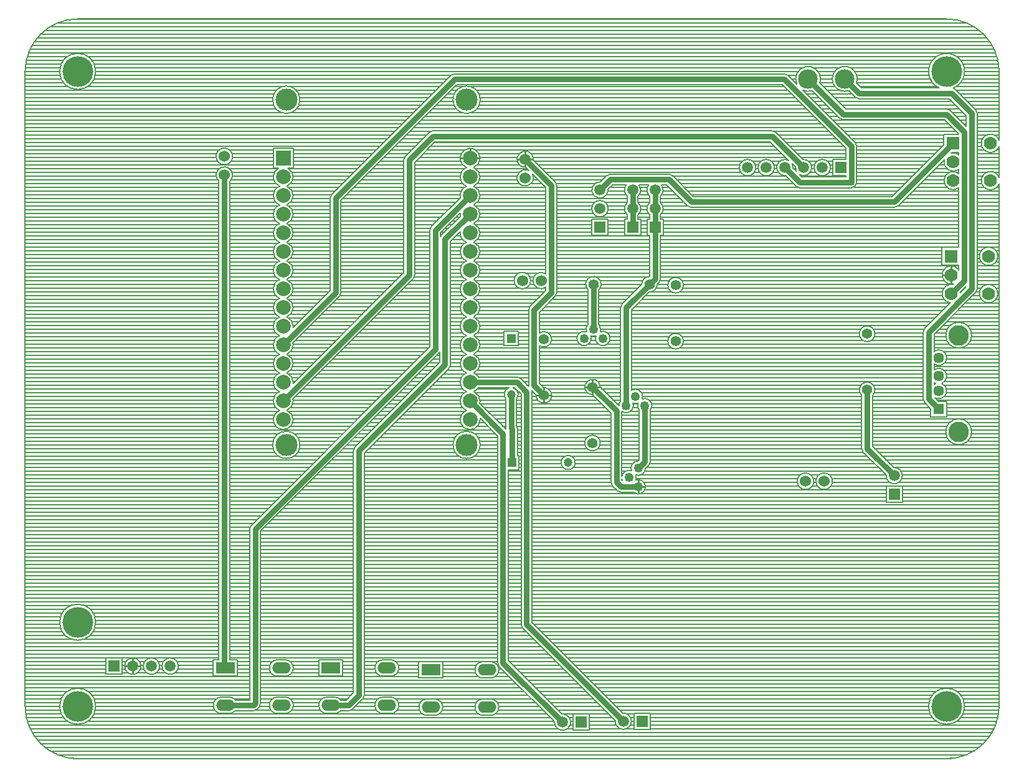
<source format=gtl>
G04*
G04 #@! TF.GenerationSoftware,Altium Limited,Altium Designer,24.0.1 (36)*
G04*
G04 Layer_Physical_Order=1*
G04 Layer_Color=255*
%FSLAX44Y44*%
%MOMM*%
G71*
G04*
G04 #@! TF.SameCoordinates,4DCDF883-9DA8-4262-A2DB-AF35F01A7F01*
G04*
G04*
G04 #@! TF.FilePolarity,Positive*
G04*
G01*
G75*
%ADD11C,0.2540*%
%ADD30C,1.2000*%
%ADD31R,1.2000X1.2000*%
%ADD32R,1.2000X1.2000*%
%ADD36C,0.2032*%
%ADD37C,0.7620*%
%ADD38C,1.7780*%
%ADD39R,1.7780X1.7780*%
%ADD40C,4.1910*%
%ADD41C,1.2500*%
%ADD42C,1.5240*%
%ADD43C,2.6670*%
%ADD44C,1.5000*%
%ADD45R,1.5000X1.5000*%
%ADD46R,1.5000X1.5000*%
%ADD47C,2.8000*%
%ADD48C,1.4500*%
%ADD49R,1.4500X1.4500*%
%ADD50C,1.4000*%
%ADD51O,2.5400X1.5240*%
%ADD52R,2.5400X1.5240*%
%ADD53R,2.0000X2.0000*%
%ADD54C,2.0000*%
%ADD55C,3.0000*%
D11*
X1517650Y905510D02*
Y916940D01*
Y928370D01*
X1506220Y916940D02*
X1517650D01*
X938530Y1074420D02*
Y1084580D01*
Y1074420D02*
X948690D01*
X928370D02*
X938530D01*
Y1064260D02*
Y1074420D01*
X1092200Y628650D02*
X1100990D01*
X1092200D02*
Y637440D01*
Y619860D02*
Y628650D01*
X1029970Y764540D02*
X1039510D01*
X1029970D02*
Y774080D01*
X1020430Y764540D02*
X1029970D01*
Y755000D02*
Y764540D01*
X963930Y753110D02*
X973470D01*
X963930Y743570D02*
Y753110D01*
Y762650D01*
X954390Y753110D02*
X963930D01*
X863600Y1075690D02*
X876140D01*
X863600D02*
Y1088230D01*
X851060Y1075690D02*
X863600D01*
X405130Y384810D02*
X415170D01*
X395090D02*
X405130D01*
Y374770D02*
Y384810D01*
Y394850D01*
D30*
X996980Y661670D02*
D03*
X919480Y754350D02*
D03*
D31*
X920720Y661670D02*
D03*
D32*
X919480Y830610D02*
D03*
D36*
X1582674Y1193800D02*
G03*
X1511300Y1265174I-71374J0D01*
G01*
X1523620Y1169290D02*
G03*
X1520591Y1171118I-5209J-5209D01*
G01*
X1523620Y1169290D02*
G03*
X1520591Y1171118I-5209J-5209D01*
G01*
X1520591Y1171118D02*
G03*
X1535811Y1193800I-9291J22682D01*
G01*
D02*
G03*
X1501241Y1171448I-24511J0D01*
G01*
X1516827Y1140589D02*
G03*
X1511618Y1142746I-5209J-5209D01*
G01*
X1552956Y1136904D02*
G03*
X1550798Y1142113I-7366J0D01*
G01*
X1552956Y1136904D02*
G03*
X1550798Y1142113I-7366J0D01*
G01*
X1516827Y1140589D02*
G03*
X1511618Y1142746I-5209J-5209D01*
G01*
X1582674Y1100298D02*
G03*
X1582674Y1091722I-11684J-4288D01*
G01*
Y1049498D02*
G03*
X1582674Y1040922I-11684J-4288D01*
G01*
X1528064Y1080249D02*
G03*
X1517317Y1082720I-7874J-9639D01*
G01*
X1528064Y1054849D02*
G03*
X1528064Y1035571I-7874J-9639D01*
G01*
X1508080Y1073483D02*
G03*
X1528064Y1060971I12110J-2873D01*
G01*
X1388827Y1178100D02*
G03*
X1389761Y1183640I-15957J5540D01*
G01*
X1387220Y1158874D02*
G03*
X1392428Y1156716I5209J5209D01*
G01*
X1387220Y1158874D02*
G03*
X1392428Y1156716I5209J5209D01*
G01*
X1389761Y1183640D02*
G03*
X1378410Y1167683I-16891J0D01*
G01*
X1366138Y1130172D02*
G03*
X1371346Y1128014I5209J5209D01*
G01*
X1366138Y1130172D02*
G03*
X1371346Y1128014I5209J5209D01*
G01*
X1389126Y1092200D02*
G03*
X1386969Y1097409I-7366J0D01*
G01*
X1389126Y1092200D02*
G03*
X1386969Y1097409I-7366J0D01*
G01*
X1353446Y1062990D02*
G03*
X1353446Y1062990I-11056J0D01*
G01*
X1580896Y942340D02*
G03*
X1580896Y942340I-12446J0D01*
G01*
Y891540D02*
G03*
X1580896Y891540I-12446J0D01*
G01*
X1528064Y923755D02*
G03*
X1520523Y904830I-10414J-6816D01*
G01*
X1519535Y903842D02*
G03*
X1516436Y879153I-1885J-12302D01*
G01*
X1550798Y892682D02*
G03*
X1552956Y897890I-5209J5209D01*
G01*
X1550798Y892682D02*
G03*
X1552956Y897890I-5209J5209D01*
G01*
X1381760Y1035558D02*
G03*
X1389126Y1042924I0J7366D01*
G01*
X1381760Y1035558D02*
G03*
X1389126Y1042924I0J7366D01*
G01*
X1440434Y1008888D02*
G03*
X1445643Y1011046I0J7366D01*
G01*
X1440434Y1008888D02*
G03*
X1445643Y1011046I0J7366D01*
G01*
X1481707Y844425D02*
G03*
X1479550Y839216I5209J-5209D01*
G01*
X1481707Y844425D02*
G03*
X1479550Y839216I5209J-5209D01*
G01*
X1339043Y1178100D02*
G03*
X1339977Y1183640I-15957J5540D01*
G01*
X1316129Y1168248D02*
G03*
X1328626Y1167683I6957J15392D01*
G01*
X1339977Y1183640D02*
G03*
X1307694Y1176683I-16891J0D01*
G01*
X1328046Y1062990D02*
G03*
X1316369Y1074028I-11056J0D01*
G01*
X1305952Y1063611D02*
G03*
X1307263Y1057734I11039J-621D01*
G01*
X1296037Y1188341D02*
G03*
X1290828Y1190498I-5209J-5209D01*
G01*
X1296037Y1188341D02*
G03*
X1290828Y1190498I-5209J-5209D01*
G01*
X1302646Y1062990D02*
G03*
X1301317Y1068246I-11056J0D01*
G01*
X1279781Y1110617D02*
G03*
X1274572Y1112774I-5209J-5209D01*
G01*
X1279781Y1110617D02*
G03*
X1274572Y1112774I-5209J-5209D01*
G01*
X1311734Y1053263D02*
G03*
X1328046Y1062990I5256J9727D01*
G01*
X1296846Y1072717D02*
G03*
X1292211Y1051952I-5256J-9727D01*
G01*
X1277246Y1062990D02*
G03*
X1277246Y1062990I-11056J0D01*
G01*
X1251846D02*
G03*
X1251846Y1062990I-11056J0D01*
G01*
X1306447Y1037716D02*
G03*
X1311656Y1035558I5209J5209D01*
G01*
X1306447Y1037716D02*
G03*
X1311656Y1035558I5209J5209D01*
G01*
X1159128Y1011046D02*
G03*
X1164336Y1008888I5209J5209D01*
G01*
X1159128Y1011046D02*
G03*
X1164336Y1008888I5209J5209D01*
G01*
X1139064Y1051943D02*
G03*
X1133856Y1054100I-5209J-5209D01*
G01*
X1139064Y1051943D02*
G03*
X1133856Y1054100I-5209J-5209D01*
G01*
X1126116Y1032510D02*
G03*
X1123732Y1039368I-11056J0D01*
G01*
X1122426Y1024265D02*
G03*
X1126116Y1032510I-7366J8245D01*
G01*
X1106388Y1039368D02*
G03*
X1107694Y1024265I8672J-6858D01*
G01*
X1122426Y998865D02*
G03*
X1126116Y1007110I-7366J8245D01*
G01*
D02*
G03*
X1122426Y1015355I-11056J0D01*
G01*
X1107694D02*
G03*
X1107694Y998865I7366J-8245D01*
G01*
X1054354Y1054100D02*
G03*
X1049146Y1051943I0J-7366D01*
G01*
X1054354Y1054100D02*
G03*
X1049146Y1051943I0J-7366D01*
G01*
X949706Y1074420D02*
G03*
X939265Y1063268I-11176J0D01*
G01*
X949706Y1049020D02*
G03*
X948537Y1053996I-11176J0D01*
G01*
X1095636Y1032510D02*
G03*
X1093252Y1039368I-11056J0D01*
G01*
X1091946Y1024265D02*
G03*
X1095636Y1032510I-7366J8245D01*
G01*
X1075908Y1039368D02*
G03*
X1077214Y1024265I8672J-6858D01*
G01*
X1091946Y998865D02*
G03*
X1095636Y1007110I-7366J8245D01*
G01*
D02*
G03*
X1091946Y1015355I-11056J0D01*
G01*
X1077214D02*
G03*
X1077214Y998865I7366J-8245D01*
G01*
X981456Y1038860D02*
G03*
X979298Y1044069I-7366J0D01*
G01*
X1040751Y1043549D02*
G03*
X1051186Y1032510I-621J-11039D01*
G01*
X981456Y1038860D02*
G03*
X979298Y1044069I-7366J0D01*
G01*
X943506Y1059027D02*
G03*
X949706Y1049020I-4976J-10007D01*
G01*
X1051186Y1007110D02*
G03*
X1051186Y1007110I-11056J0D01*
G01*
X1120268Y906652D02*
G03*
X1122426Y911860I-5209J5209D01*
G01*
X1120268Y906652D02*
G03*
X1122426Y911860I-5209J5209D01*
G01*
X1153556Y902970D02*
G03*
X1153556Y902970I-10556J0D01*
G01*
X1107302Y893685D02*
G03*
X1117996Y904240I138J10555D01*
G01*
X1107578Y914795D02*
G03*
X1096885Y904102I-138J-10555D01*
G01*
X1070481Y877699D02*
G03*
X1068324Y872490I5209J-5209D01*
G01*
X1070481Y877699D02*
G03*
X1068324Y872490I5209J-5209D01*
G01*
X1038606Y896679D02*
G03*
X1041796Y904240I-7366J7561D01*
G01*
X1041046Y843280D02*
G03*
X1038606Y849753I-9806J0D01*
G01*
X1040375Y839715D02*
G03*
X1041046Y843280I-9135J3565D01*
G01*
X1027675Y834145D02*
G03*
X1034805Y834145I3565J9135D01*
G01*
X1041796Y904240D02*
G03*
X1023874Y896679I-10556J0D01*
G01*
X979298Y887601D02*
G03*
X981456Y892810I-5209J5209D01*
G01*
X979298Y887601D02*
G03*
X981456Y892810I-5209J5209D01*
G01*
X1023874Y849753D02*
G03*
X1022105Y839715I7366J-6473D01*
G01*
X966724Y918336D02*
G03*
X966724Y900304I-6604J-9016D01*
G01*
X945259Y874397D02*
G03*
X943102Y869188I5209J-5209D01*
G01*
X945896Y909320D02*
G03*
X945896Y909320I-11176J0D01*
G01*
X945259Y874397D02*
G03*
X943102Y869188I5209J-5209D01*
G01*
X1545366Y834980D02*
G03*
X1545366Y834980I-17556J0D01*
G01*
X1494282Y795594D02*
G03*
X1511516Y804280I6428J8686D01*
G01*
D02*
G03*
X1494282Y812967I-10806J0D01*
G01*
X1511516Y779280D02*
G03*
X1494282Y787967I-10806J0D01*
G01*
X1504805Y769280D02*
G03*
X1511516Y779280I-4095J10000D01*
G01*
X1496615Y769280D02*
G03*
X1494282Y767967I4095J-10000D01*
G01*
Y770594D02*
G03*
X1496615Y769280I6428J8686D01*
G01*
X1495703Y749704D02*
G03*
X1511516Y759280I5007J9576D01*
G01*
D02*
G03*
X1504805Y769280I-10806J0D01*
G01*
X1545366Y703580D02*
G03*
X1545366Y703580I-17556J0D01*
G01*
X1479550Y748074D02*
G03*
X1481707Y742865I7366J0D01*
G01*
X1479550Y748074D02*
G03*
X1481707Y742865I7366J0D01*
G01*
X1413906Y836930D02*
G03*
X1413906Y836930I-10556J0D01*
G01*
X1410716Y753169D02*
G03*
X1413906Y760730I-7366J7561D01*
G01*
D02*
G03*
X1395984Y753169I-10556J0D01*
G01*
X1153556Y826770D02*
G03*
X1153556Y826770I-10556J0D01*
G01*
X1098196Y751840D02*
G03*
X1083056Y760068I-9806J0D01*
G01*
X1097525Y748275D02*
G03*
X1098196Y751840I-9135J3565D01*
G01*
X1110896Y739140D02*
G03*
X1097525Y748275I-9806J0D01*
G01*
X1084825Y742705D02*
G03*
X1091955Y742705I3565J9135D01*
G01*
X1085496Y739140D02*
G03*
X1084825Y742705I-9806J0D01*
G01*
X1395984Y680720D02*
G03*
X1398141Y675511I7366J0D01*
G01*
X1395984Y680720D02*
G03*
X1398141Y675511I7366J0D01*
G01*
X1091955Y742705D02*
G03*
X1093724Y732667I9135J-3565D01*
G01*
X1108456D02*
G03*
X1110896Y739140I-7366J6473D01*
G01*
X1069848Y731264D02*
G03*
X1085496Y739140I5842J7876D01*
G01*
X1451236Y643890D02*
G03*
X1439559Y654929I-11056J0D01*
G01*
X1429142Y644511D02*
G03*
X1451236Y643890I11039J-621D01*
G01*
X1106299Y657731D02*
G03*
X1108456Y662940I-5209J5209D01*
G01*
X1106299Y657731D02*
G03*
X1108456Y662940I-5209J5209D01*
G01*
X1088635Y644915D02*
G03*
X1101986Y653419I3565J9135D01*
G01*
X1089306Y641350D02*
G03*
X1088635Y644915I-9806J0D01*
G01*
X1102006Y628650D02*
G03*
X1088635Y637785I-9806J0D01*
G01*
D02*
G03*
X1089306Y641350I-9135J3565D01*
G01*
X1535811Y330200D02*
G03*
X1535811Y330200I-24511J0D01*
G01*
X1511300Y258826D02*
G03*
X1582674Y330200I0J71374D01*
G01*
X1356106Y636270D02*
G03*
X1356106Y636270I-11176J0D01*
G01*
X1330706D02*
G03*
X1330706Y636270I-11176J0D01*
G01*
X1085727Y621284D02*
G03*
X1102006Y628650I6473J7366D01*
G01*
X1091569Y663836D02*
G03*
X1083065Y650485I631J-9786D01*
G01*
D02*
G03*
X1069848Y643081I-3565J-9135D01*
G01*
X1060842Y310501D02*
G03*
X1082936Y309880I11039J-621D01*
G01*
D02*
G03*
X1071259Y320919I-11056J0D01*
G01*
X1053746Y830580D02*
G03*
X1040375Y839715I-9806J0D01*
G01*
X1034805Y834145D02*
G03*
X1053746Y830580I9135J-3565D01*
G01*
X1028346D02*
G03*
X1027675Y834145I-9806J0D01*
G01*
X1022105Y839715D02*
G03*
X1028346Y830580I-3565J-9135D01*
G01*
X974486Y829310D02*
G03*
X957834Y837928I-10556J0D01*
G01*
Y820692D02*
G03*
X974486Y829310I6096J8618D01*
G01*
X1068324Y745613D02*
G03*
X1065884Y739043I7366J-6473D01*
G01*
X1040526Y764540D02*
G03*
X1030108Y753985I-10556J0D01*
G01*
X974486Y753110D02*
G03*
X963792Y763665I-10556J0D01*
G01*
X953375Y753248D02*
G03*
X974486Y753110I10555J-138D01*
G01*
X1040526Y688340D02*
G03*
X1040526Y688340I-10556J0D01*
G01*
X947674Y757682D02*
G03*
X947540Y759083I-7366J0D01*
G01*
X947674Y757682D02*
G03*
X947540Y759083I-7366J0D01*
G01*
X943102Y766572D02*
G03*
X943236Y765171I7366J0D01*
G01*
X943102Y766572D02*
G03*
X943236Y765171I7366J0D01*
G01*
X932309Y776098D02*
G03*
X927100Y778256I-5209J-5209D01*
G01*
X932309Y776098D02*
G03*
X927100Y778256I-5209J-5209D01*
G01*
X916805Y763524D02*
G03*
X912114Y748262I2675J-9174D01*
G01*
X926846D02*
G03*
X929036Y754350I-7366J6088D01*
G01*
D02*
G03*
X922155Y763524I-9556J0D01*
G01*
X876855Y742652D02*
G03*
X877156Y745490I-13255J2838D01*
G01*
X928086Y707390D02*
G03*
X926846Y711480I-7366J0D01*
G01*
X928086Y707390D02*
G03*
X926846Y711480I-7366J0D01*
G01*
X877156Y720090D02*
G03*
X877072Y721601I-13556J0D01*
G01*
X912114Y708630D02*
G03*
X912242Y707266I7366J0D01*
G01*
X912114Y708630D02*
G03*
X912242Y707266I7366J0D01*
G01*
X1069848Y639619D02*
G03*
X1070545Y637354I9652J1731D01*
G01*
X1055116Y635000D02*
G03*
X1057273Y629791I7366J0D01*
G01*
X1063624Y623442D02*
G03*
X1068832Y621284I5209J5209D01*
G01*
X1063624Y623442D02*
G03*
X1068832Y621284I5209J5209D01*
G01*
X1055116Y635000D02*
G03*
X1057273Y629791I7366J0D01*
G01*
X1006536Y661670D02*
G03*
X1006536Y661670I-9556J0D01*
G01*
X932942Y441452D02*
G03*
X935099Y436244I7366J0D01*
G01*
X932942Y441452D02*
G03*
X935099Y436244I7366J0D01*
G01*
X978291Y309231D02*
G03*
X1000386Y308610I11039J-621D01*
G01*
D02*
G03*
X988709Y319648I-11056J0D01*
G01*
X900938Y389636D02*
G03*
X903095Y384427I7366J0D01*
G01*
X900938Y389636D02*
G03*
X903095Y384427I7366J0D01*
G01*
X902716Y379730D02*
G03*
X891540Y390906I-11176J0D01*
G01*
Y317754D02*
G03*
X902716Y328930I0J11176D01*
G01*
D02*
G03*
X891540Y340106I-11176J0D01*
G01*
Y368554D02*
G03*
X902716Y379730I0J11176D01*
G01*
X877456Y1155290D02*
G03*
X877456Y1155290I-18556J0D01*
G01*
D02*
G03*
X877456Y1155290I-18556J0D01*
G01*
X842518Y1190498D02*
G03*
X837309Y1188341I0J-7366D01*
G01*
X842518Y1190498D02*
G03*
X837309Y1188341I0J-7366D01*
G01*
X812800Y1112774D02*
G03*
X807591Y1110617I0J-7366D01*
G01*
X812800Y1112774D02*
G03*
X807591Y1110617I0J-7366D01*
G01*
X868341Y1012190D02*
G03*
X877156Y1024890I-4741J12700D01*
G01*
D02*
G03*
X868341Y1037590I-13556J0D01*
G01*
Y1062990D02*
G03*
X877156Y1075690I-4741J12700D01*
G01*
D02*
G03*
X858859Y1062990I-13556J0D01*
G01*
X868341Y1037590D02*
G03*
X877156Y1050290I-4741J12700D01*
G01*
D02*
G03*
X868341Y1062990I-13556J0D01*
G01*
Y986790D02*
G03*
X877156Y999490I-4741J12700D01*
G01*
D02*
G03*
X868341Y1012190I-13556J0D01*
G01*
X877156Y974090D02*
G03*
X868341Y986790I-13556J0D01*
G01*
X850128Y975601D02*
G03*
X858859Y961390I13471J-1511D01*
G01*
Y1062990D02*
G03*
X858859Y1037590I4741J-12700D01*
G01*
D02*
G03*
X850344Y1022052I4741J-12700D01*
G01*
X850128Y1001001D02*
G03*
X850344Y996652I13471J-1511D01*
G01*
X810893Y982600D02*
G03*
X808736Y977392I5209J-5209D01*
G01*
X810893Y982600D02*
G03*
X808736Y977392I5209J-5209D01*
G01*
X775587Y1078613D02*
G03*
X773430Y1073404I5209J-5209D01*
G01*
X775587Y1078613D02*
G03*
X773430Y1073404I5209J-5209D01*
G01*
X877156Y948690D02*
G03*
X868341Y961390I-13556J0D01*
G01*
X877156Y923290D02*
G03*
X868341Y935990I-13556J0D01*
G01*
D02*
G03*
X877156Y948690I-4741J12700D01*
G01*
Y897890D02*
G03*
X868341Y910590I-13556J0D01*
G01*
D02*
G03*
X877156Y923290I-4741J12700D01*
G01*
Y872490D02*
G03*
X868341Y885190I-13556J0D01*
G01*
D02*
G03*
X877156Y897890I-4741J12700D01*
G01*
X868341Y961390D02*
G03*
X877156Y974090I-4741J12700D01*
G01*
X858859Y961390D02*
G03*
X858859Y935990I4741J-12700D01*
G01*
D02*
G03*
X858859Y910590I4741J-12700D01*
G01*
D02*
G03*
X858859Y885190I4741J-12700D01*
G01*
X868341Y808990D02*
G03*
X877156Y821690I-4741J12700D01*
G01*
Y847090D02*
G03*
X868341Y859790I-13556J0D01*
G01*
D02*
G03*
X877156Y872490I-4741J12700D01*
G01*
Y821690D02*
G03*
X868341Y834390I-13556J0D01*
G01*
D02*
G03*
X877156Y847090I-4741J12700D01*
G01*
Y796290D02*
G03*
X868341Y808990I-13556J0D01*
G01*
X858859D02*
G03*
X858859Y783590I4741J-12700D01*
G01*
X868341D02*
G03*
X877156Y796290I-4741J12700D01*
G01*
X874980Y778256D02*
G03*
X868341Y783590I-11380J-7366D01*
G01*
X858859Y885190D02*
G03*
X858859Y859790I4741J-12700D01*
G01*
D02*
G03*
X858859Y834390I4741J-12700D01*
G01*
D02*
G03*
X858859Y808990I4741J-12700D01*
G01*
X824355Y970663D02*
G03*
X823468Y969589I5209J-5209D01*
G01*
X824355Y970663D02*
G03*
X823468Y969589I5209J-5209D01*
G01*
X786004Y911478D02*
G03*
X788162Y916686I-5209J5209D01*
G01*
X786004Y911478D02*
G03*
X788162Y916686I-5209J5209D01*
G01*
X821311Y810893D02*
G03*
X822198Y811967I-5209J5209D01*
G01*
X821311Y810893D02*
G03*
X822198Y811967I-5209J5209D01*
G01*
X834772Y789557D02*
G03*
X836930Y794766I-5209J5209D01*
G01*
X834772Y789557D02*
G03*
X836930Y794766I-5209J5209D01*
G01*
X675511Y1026543D02*
G03*
X673354Y1021334I5209J-5209D01*
G01*
X675511Y1026543D02*
G03*
X673354Y1021334I5209J-5209D01*
G01*
X632356Y1155290D02*
G03*
X632356Y1155290I-18556J0D01*
G01*
D02*
G03*
X632356Y1155290I-18556J0D01*
G01*
X623156Y1050290D02*
G03*
X616194Y1062134I-13556J0D01*
G01*
X614341Y1037590D02*
G03*
X623156Y1050290I-4741J12700D01*
G01*
Y1024890D02*
G03*
X614341Y1037590I-13556J0D01*
G01*
X603006Y1062134D02*
G03*
X604859Y1037590I6594J-11844D01*
G01*
X614341Y986790D02*
G03*
X623156Y999490I-4741J12700D01*
G01*
D02*
G03*
X614341Y1012190I-13556J0D01*
G01*
D02*
G03*
X623156Y1024890I-4741J12700D01*
G01*
X604859Y1037590D02*
G03*
X604859Y1012190I4741J-12700D01*
G01*
D02*
G03*
X604859Y986790I4741J-12700D01*
G01*
X623156Y974090D02*
G03*
X614341Y986790I-13556J0D01*
G01*
X623156Y948690D02*
G03*
X614341Y961390I-13556J0D01*
G01*
D02*
G03*
X623156Y974090I-4741J12700D01*
G01*
X604859Y986790D02*
G03*
X604859Y961390I4741J-12700D01*
G01*
D02*
G03*
X604859Y935990I4741J-12700D01*
G01*
X354711Y1193800D02*
G03*
X354711Y1193800I-24511J0D01*
G01*
X330200Y1265174D02*
G03*
X258826Y1193800I0J-71374D01*
G01*
X540766Y1078230D02*
G03*
X540766Y1078230I-11176J0D01*
G01*
X536956Y1044425D02*
G03*
X540766Y1052830I-7366J8405D01*
G01*
D02*
G03*
X522224Y1044425I-11176J0D01*
G01*
X685928Y887601D02*
G03*
X688086Y892810I-5209J5209D01*
G01*
X685928Y887601D02*
G03*
X688086Y892810I-5209J5209D01*
G01*
X623156Y923290D02*
G03*
X614341Y935990I-13556J0D01*
G01*
D02*
G03*
X623156Y948690I-4741J12700D01*
G01*
X614341Y910590D02*
G03*
X623156Y923290I-4741J12700D01*
G01*
X604859Y935990D02*
G03*
X604859Y910590I4741J-12700D01*
G01*
X623156Y897890D02*
G03*
X614341Y910590I-13556J0D01*
G01*
Y885190D02*
G03*
X623156Y897890I-4741J12700D01*
G01*
X604859Y910590D02*
G03*
X604859Y885190I4741J-12700D01*
G01*
X623156Y872490D02*
G03*
X614341Y885190I-13556J0D01*
G01*
X604859D02*
G03*
X604859Y859790I4741J-12700D01*
G01*
X623156Y847090D02*
G03*
X614341Y859790I-13556J0D01*
G01*
D02*
G03*
X623156Y872490I-4741J12700D01*
G01*
Y821690D02*
G03*
X622855Y824528I-13556J0D01*
G01*
X623072Y845579D02*
G03*
X623156Y847090I-13471J1511D01*
G01*
Y796290D02*
G03*
X614341Y808990I-13556J0D01*
G01*
D02*
G03*
X623156Y821690I-4741J12700D01*
G01*
X614341Y783590D02*
G03*
X623156Y796290I-4741J12700D01*
G01*
X604859Y808990D02*
G03*
X604859Y783590I4741J-12700D01*
G01*
Y859790D02*
G03*
X604859Y834390I4741J-12700D01*
G01*
D02*
G03*
X604859Y808990I4741J-12700D01*
G01*
X868341Y758190D02*
G03*
X874980Y763524I-4741J12700D01*
G01*
X877156Y745490D02*
G03*
X868341Y758190I-13556J0D01*
G01*
X858859D02*
G03*
X858859Y732790I4741J-12700D01*
G01*
Y783590D02*
G03*
X858859Y758190I4741J-12700D01*
G01*
Y732790D02*
G03*
X877156Y720090I4741J-12700D01*
G01*
X877456Y685790D02*
G03*
X877456Y685790I-18556J0D01*
G01*
D02*
G03*
X877456Y685790I-18556J0D01*
G01*
X707262Y682880D02*
G03*
X705104Y677672I5209J-5209D01*
G01*
X707262Y682880D02*
G03*
X705104Y677672I5209J-5209D01*
G01*
X766826Y382270D02*
G03*
X755650Y393446I-11176J0D01*
G01*
X881380Y390906D02*
G03*
X881380Y368554I0J-11176D01*
G01*
Y340106D02*
G03*
X881380Y317754I0J-11176D01*
G01*
X815340D02*
G03*
X826516Y328930I0J11176D01*
G01*
D02*
G03*
X815340Y340106I-11176J0D01*
G01*
X755650Y371094D02*
G03*
X766826Y382270I0J11176D01*
G01*
X745490Y393446D02*
G03*
X745490Y371094I0J-11176D01*
G01*
Y342646D02*
G03*
X745490Y320294I0J-11176D01*
G01*
X805180Y340106D02*
G03*
X805180Y317754I0J-11176D01*
G01*
X766826Y331470D02*
G03*
X755650Y342646I-11176J0D01*
G01*
Y320294D02*
G03*
X766826Y331470I0J11176D01*
G01*
X717679Y340232D02*
G03*
X719836Y345440I-5209J5209D01*
G01*
X717679Y340232D02*
G03*
X719836Y345440I-5209J5209D01*
G01*
X687855Y338836D02*
G03*
X679450Y342646I-8405J-7366D01*
G01*
X698500Y324104D02*
G03*
X703708Y326261I0J7366D01*
G01*
X698500Y324104D02*
G03*
X703708Y326261I0J7366D01*
G01*
X679450Y320294D02*
G03*
X687855Y324104I0J11176D01*
G01*
X623072Y769379D02*
G03*
X623156Y770890I-13471J1511D01*
G01*
Y720090D02*
G03*
X614341Y732790I-13556J0D01*
G01*
X623156Y745490D02*
G03*
X622855Y748328I-13556J0D01*
G01*
X623156Y770890D02*
G03*
X614341Y783590I-13556J0D01*
G01*
X604859D02*
G03*
X604859Y758190I4741J-12700D01*
G01*
X614341Y732790D02*
G03*
X623156Y745490I-4741J12700D01*
G01*
X604859Y758190D02*
G03*
X604859Y732790I4741J-12700D01*
G01*
D02*
G03*
X623156Y720090I4741J-12700D01*
G01*
X632356Y685790D02*
G03*
X632356Y685790I-18556J0D01*
G01*
D02*
G03*
X632356Y685790I-18556J0D01*
G01*
X566292Y576708D02*
G03*
X564134Y571500I5209J-5209D01*
G01*
X566292Y576708D02*
G03*
X564134Y571500I5209J-5209D01*
G01*
X623316Y382270D02*
G03*
X612140Y393446I-11176J0D01*
G01*
Y371094D02*
G03*
X623316Y382270I0J11176D01*
G01*
X669290Y342646D02*
G03*
X669290Y320294I0J-11176D01*
G01*
X623316Y331470D02*
G03*
X612140Y342646I-11176J0D01*
G01*
X601980Y393446D02*
G03*
X601980Y371094I0J-11176D01*
G01*
Y342646D02*
G03*
X601980Y320294I0J-11176D01*
G01*
X612140D02*
G03*
X623316Y331470I0J11176D01*
G01*
X544345Y338836D02*
G03*
X535940Y342646I-8405J-7366D01*
G01*
X466986Y384810D02*
G03*
X466986Y384810I-11056J0D01*
G01*
X525780Y342646D02*
G03*
X525780Y320294I0J-11176D01*
G01*
X576708Y328801D02*
G03*
X578866Y334010I-5209J5209D01*
G01*
X576708Y328801D02*
G03*
X578866Y334010I-5209J5209D01*
G01*
X568960Y324104D02*
G03*
X574169Y326261I0J7366D01*
G01*
X568960Y324104D02*
G03*
X574169Y326261I0J7366D01*
G01*
X535940Y320294D02*
G03*
X544345Y324104I0J11176D01*
G01*
X354711Y444500D02*
G03*
X354711Y444500I-24511J0D01*
G01*
X441586Y384810D02*
G03*
X441586Y384810I-11056J0D01*
G01*
X416186D02*
G03*
X416186Y384810I-11056J0D01*
G01*
X354711Y330200D02*
G03*
X354711Y330200I-24511J0D01*
G01*
X258826D02*
G03*
X330200Y258826I71374J0D01*
G01*
X1535279Y1198880D02*
X1582493D01*
X1535811Y1193800D02*
X1582674D01*
X1533606Y1203960D02*
X1581947D01*
X1533606Y1183640D02*
X1582674D01*
X1535279Y1188720D02*
X1582674D01*
X1530497Y1178560D02*
X1582674D01*
X1524511Y1168400D02*
X1582674D01*
X1525007Y1173480D02*
X1582674D01*
X1552886Y1137920D02*
X1582674D01*
X1552956Y1132840D02*
X1582674D01*
X1549911Y1143000D02*
X1582674D01*
X1552956Y1122680D02*
X1582674D01*
X1552956Y1127760D02*
X1582674D01*
X1534671Y1158240D02*
X1582674D01*
X1529591Y1163320D02*
X1582674D01*
X1544831Y1148080D02*
X1582674D01*
X1539751Y1153160D02*
X1582674D01*
X1525007Y1214120D02*
X1579720D01*
X1530497Y1209040D02*
X1581028D01*
X1523620Y1169290D02*
X1550798Y1142113D01*
X1515361Y1156716D02*
X1538224Y1133853D01*
X1529656Y1127760D02*
X1538224D01*
Y1119192D02*
Y1133853D01*
X1534736Y1122680D02*
X1538224D01*
X1519496Y1137920D02*
X1534157D01*
X1516827Y1140589D02*
X1538224Y1119192D01*
X1524576Y1132840D02*
X1538224D01*
X1582674Y1100298D02*
Y1193800D01*
X1581694Y1102360D02*
X1582674D01*
X1575915Y1107440D02*
X1582674D01*
Y1049498D02*
Y1091722D01*
X1552956Y1112520D02*
X1582674D01*
X1552956Y1117600D02*
X1582674D01*
X1552956Y1107440D02*
X1566065D01*
X1552956Y1102360D02*
X1560286D01*
X1552956Y1066800D02*
X1582674D01*
X1552956Y1061720D02*
X1582674D01*
X1579700Y1087120D02*
X1582674D01*
X1575915Y1056640D02*
X1582674D01*
X1552956Y1082040D02*
X1582674D01*
X1552956Y1087120D02*
X1562280D01*
X1552956Y1071880D02*
X1582674D01*
X1552956Y1076960D02*
X1582674D01*
X1552956Y1097280D02*
X1558609D01*
X1552956Y1092200D02*
X1559142D01*
X1518161Y1083564D02*
X1528064D01*
X1552956Y897890D02*
Y1136904D01*
X1528064Y1080249D02*
Y1083564D01*
X1507744Y1108456D02*
X1528064D01*
X1508567Y1128014D02*
X1528064Y1108517D01*
X1517317Y1082720D02*
X1518161Y1083564D01*
X1507744Y1093981D02*
Y1108456D01*
X1525115Y1056640D02*
X1528064D01*
X1525115Y1082040D02*
X1528064D01*
Y1054849D02*
Y1060971D01*
X1501397Y1066800D02*
X1508342D01*
X1506477Y1071880D02*
X1507809D01*
X1496317Y1061720D02*
X1511480D01*
X1389761Y1183640D02*
X1488994D01*
X1388979Y1178560D02*
X1492103D01*
X1388979Y1188720D02*
X1487321D01*
X1395479Y1171448D02*
X1501241D01*
X1393447Y1173480D02*
X1497593D01*
X1380153Y1198880D02*
X1487321D01*
X1386364Y1193800D02*
X1486789D01*
X1388827Y1178100D02*
X1395479Y1171448D01*
X1392428Y1156716D02*
X1515361D01*
X1374143Y1143000D02*
X1529077D01*
X1374397Y1142746D02*
X1511618D01*
X1369063Y1148080D02*
X1523997D01*
X1363983Y1153160D02*
X1518917D01*
X1356617Y1127760D02*
X1508821D01*
X1371346Y1128014D02*
X1508567D01*
X1339195Y1178560D02*
X1356761D01*
X1343663Y1173480D02*
X1359376D01*
X1339977Y1183640D02*
X1355979D01*
X1348743Y1168400D02*
X1365587D01*
X1330369Y1198880D02*
X1365587D01*
X1336580Y1193800D02*
X1359376D01*
X1339043Y1178100D02*
X1374397Y1142746D01*
X1339195Y1188720D02*
X1356761D01*
X1378410Y1167683D02*
X1387220Y1158874D01*
X1358903Y1158240D02*
X1387941D01*
X1353823Y1163320D02*
X1382773D01*
X1346457Y1137920D02*
X1358389D01*
X1341377Y1143000D02*
X1353309D01*
X1328626Y1167683D02*
X1366138Y1130172D01*
X1351537Y1132840D02*
X1363469D01*
X1382017Y1102360D02*
X1507744D01*
X1387094Y1097280D02*
X1507744D01*
X1437383Y1023620D02*
X1507744Y1093981D01*
X1389126Y1042924D02*
Y1092200D01*
X1366777Y1117600D02*
X1518981D01*
X1361697Y1122680D02*
X1513901D01*
X1371857Y1112520D02*
X1524061D01*
X1376937Y1107440D02*
X1507744D01*
X1389126Y1071880D02*
X1485643D01*
X1389126Y1066800D02*
X1480563D01*
X1389126Y1061720D02*
X1475483D01*
X1445643Y1011046D02*
X1508080Y1073483D01*
X1389126Y1056640D02*
X1470403D01*
X1389126Y1092200D02*
X1505963D01*
X1389126Y1087120D02*
X1500883D01*
X1389126Y1082040D02*
X1495803D01*
X1389126Y1076960D02*
X1490723D01*
X1316129Y1168248D02*
X1386969Y1097409D01*
X1298197Y1092200D02*
X1371343D01*
X1374394Y1074046D02*
Y1089149D01*
X1303277Y1087120D02*
X1374394D01*
X1288037Y1102360D02*
X1361183D01*
X1282957Y1107440D02*
X1356103D01*
X1287777Y1175766D02*
X1374394Y1089149D01*
X1293117Y1097280D02*
X1366263D01*
X1356734Y1074046D02*
X1374394D01*
X1353373Y1061720D02*
X1356734D01*
X1352769Y1066800D02*
X1356734D01*
Y1051934D02*
Y1074046D01*
X1351441Y1056640D02*
X1356734D01*
X1313437Y1076960D02*
X1374394D01*
X1308357Y1082040D02*
X1374394D01*
X1348963Y1071880D02*
X1356734D01*
X1579700Y1036320D02*
X1582674D01*
X1552956Y1010920D02*
X1582674D01*
X1581694Y1051560D02*
X1582674D01*
X1552956Y975360D02*
X1582674D01*
X1552956Y1005840D02*
X1582674D01*
X1552956Y1026160D02*
X1582674D01*
X1552956Y1031240D02*
X1582674D01*
X1552956Y1016000D02*
X1582674D01*
X1552956Y1021080D02*
X1582674D01*
X1580634Y944880D02*
X1582674D01*
X1580634Y939800D02*
X1582674D01*
X1578291Y949960D02*
X1582674D01*
X1552956Y929640D02*
X1582674D01*
X1578291Y934720D02*
X1582674D01*
X1552956Y965200D02*
X1582674D01*
X1552956Y970280D02*
X1582674D01*
X1552956Y955040D02*
X1582674D01*
X1552956Y960120D02*
X1582674D01*
X1552956Y1036320D02*
X1562280D01*
X1552956Y1000760D02*
X1582674D01*
X1552956Y1041400D02*
X1559142D01*
X1552956Y990600D02*
X1582674D01*
X1552956Y995680D02*
X1582674D01*
X1552956Y1056640D02*
X1566065D01*
X1552956Y1051560D02*
X1560286D01*
X1552956Y1046480D02*
X1558609D01*
X1528064Y954786D02*
Y1035571D01*
X1552956Y949960D02*
X1558609D01*
X1552956Y939800D02*
X1556266D01*
X1552956Y944880D02*
X1556266D01*
X1552956Y934720D02*
X1558609D01*
X1552956Y980440D02*
X1582674D01*
X1552956Y985520D02*
X1582674D01*
X1505204Y929894D02*
X1528064D01*
X1505204Y954786D02*
X1528064D01*
X1552956Y904240D02*
X1582674D01*
X1578291Y899160D02*
X1582674D01*
X1552956Y909320D02*
X1582674D01*
X1578291Y883920D02*
X1582674D01*
X1580634Y889000D02*
X1582674D01*
X1552956Y919480D02*
X1582674D01*
X1552956Y924560D02*
X1582674D01*
X1536957Y878840D02*
X1582674D01*
X1552956Y914400D02*
X1582674D01*
X1539176Y848360D02*
X1582674D01*
X1543280Y843280D02*
X1582674D01*
X1531877Y873760D02*
X1582674D01*
X1545267Y833120D02*
X1582674D01*
X1545068Y838200D02*
X1582674D01*
X1521717Y863600D02*
X1582674D01*
X1526797Y868680D02*
X1582674D01*
X1511557Y853440D02*
X1582674D01*
X1516637Y858520D02*
X1582674D01*
X1528064Y923755D02*
Y929894D01*
X1519535Y903842D02*
X1520523Y904830D01*
X1529952Y893425D02*
X1538224Y901697D01*
X1552956Y899160D02*
X1558609D01*
X1580634Y894080D02*
X1582674D01*
X1551894D02*
X1556266D01*
X1547117Y889000D02*
X1556266D01*
X1530037Y892754D02*
X1538224Y900941D01*
X1542037Y883920D02*
X1558609D01*
X1506477Y848360D02*
X1516443D01*
X1491237Y1056640D02*
X1515265D01*
X1486157Y1051560D02*
X1509486D01*
X1475997Y1041400D02*
X1508342D01*
X1465837Y1031240D02*
X1528064D01*
X1470917Y1036320D02*
X1511480D01*
X1455677Y1021080D02*
X1528064D01*
X1460757Y1026160D02*
X1528064D01*
X1445514Y1010920D02*
X1528064D01*
X1450597Y1016000D02*
X1528064D01*
X1126116Y990600D02*
X1528064D01*
X1126116Y985520D02*
X1528064D01*
X1126043Y1005840D02*
X1528064D01*
X1126116Y975360D02*
X1528064D01*
X1126116Y980440D02*
X1528064D01*
X1122426Y995680D02*
X1528064D01*
X1124111Y1000760D02*
X1528064D01*
X1122426Y965200D02*
X1528064D01*
X1122426Y970280D02*
X1528064D01*
X1389126Y1051560D02*
X1465323D01*
X1481077Y1046480D02*
X1507809D01*
X1389126D02*
X1460243D01*
X1313437Y1051560D02*
X1374394D01*
X1356734Y1051934D02*
X1374394D01*
Y1050290D02*
Y1051934D01*
X1314707Y1050290D02*
X1374394D01*
X1388967Y1041400D02*
X1455163D01*
X1385023Y1036320D02*
X1450083D01*
X1311656Y1035558D02*
X1381760D01*
X1159767Y1031240D02*
X1445003D01*
X1164847Y1026160D02*
X1439923D01*
X1164336Y1008888D02*
X1440434D01*
X1167387Y1023620D02*
X1437383D01*
X1151432Y909320D02*
X1507809D01*
X1153479Y904240D02*
X1519933D01*
X1122426Y914400D02*
X1505466D01*
X1152844Y899160D02*
X1507809D01*
X1148692Y894080D02*
X1505466D01*
X1122426Y955040D02*
X1528064D01*
X1122426Y960120D02*
X1528064D01*
X1122426Y929640D02*
X1528064D01*
X1122426Y924560D02*
X1507809D01*
X1481707Y844425D02*
X1516436Y879153D01*
X1501397Y843280D02*
X1512340D01*
X1102617Y889000D02*
X1505466D01*
X1494282Y836165D02*
X1550798Y892682D01*
X1496317Y838200D02*
X1510552D01*
X1092457Y878840D02*
X1516123D01*
X1097537Y883920D02*
X1507809D01*
X1087377Y873760D02*
X1511043D01*
X1083056Y868680D02*
X1505963D01*
X1122426Y939800D02*
X1505204D01*
X1122426Y934720D02*
X1505204D01*
X1122426Y944880D02*
X1505204D01*
X1122426Y919480D02*
X1505466D01*
X1505204Y929894D02*
Y954786D01*
X1122426Y949960D02*
X1505204D01*
X1083056Y863600D02*
X1500883D01*
X1083056Y858520D02*
X1495803D01*
X1083056Y853440D02*
X1490723D01*
X1413194Y833120D02*
X1479550D01*
X1413829Y838200D02*
X1479550D01*
X1083056Y848360D02*
X1485643D01*
X1083056Y843280D02*
X1394917D01*
X1411783D02*
X1480773D01*
X1083056Y838200D02*
X1392871D01*
X1321057Y1163320D02*
X1332989D01*
X1331217Y1153160D02*
X1343149D01*
X1326137Y1158240D02*
X1338069D01*
X1305817Y1178560D02*
X1306977D01*
X1295627Y1188720D02*
X1306977D01*
X1296037Y1188341D02*
X1307694Y1176683D01*
X1336297Y1148080D02*
X1348229D01*
X1323563Y1071880D02*
X1335817D01*
X1327369Y1066800D02*
X1332011D01*
X1327973Y1061720D02*
X1331407D01*
X1276490Y1112520D02*
X1351023D01*
X1279781Y1110617D02*
X1316369Y1074028D01*
X1302628Y1062369D02*
X1307263Y1057734D01*
X1300737Y1183640D02*
X1306195D01*
X1271521Y1098042D02*
X1296846Y1072717D01*
X1272763Y1071880D02*
X1285017D01*
X1247363D02*
X1259617D01*
X1301317Y1068246D02*
X1305952Y1063611D01*
X1301969Y1066800D02*
X1302763D01*
X1276569D02*
X1281211D01*
X1303277Y1061720D02*
X1306007D01*
X1277173D02*
X1280607D01*
X1251169Y1066800D02*
X1255811D01*
X1251773Y1061720D02*
X1255207D01*
X1275241Y1056640D02*
X1282539D01*
X1249841D02*
X1257139D01*
X1326041D02*
X1333339D01*
X1311734Y1053263D02*
X1314707Y1050290D01*
X1292211Y1051952D02*
X1306447Y1037716D01*
X1139447Y1051560D02*
X1292603D01*
X1139064Y1051943D02*
X1167387Y1023620D01*
X1154687Y1036320D02*
X1308393D01*
X1149607Y1041400D02*
X1302763D01*
X1144527Y1046480D02*
X1297683D01*
X1125439Y1010920D02*
X1159256D01*
X1130805Y1039368D02*
X1159128Y1011046D01*
X1123732Y1039368D02*
X1130805D01*
X1126043Y1031240D02*
X1138933D01*
X1125439Y1036320D02*
X1133853D01*
X1095563Y1031240D02*
X1104077D01*
X1122426Y1021080D02*
X1149093D01*
X1122426Y1016000D02*
X1154173D01*
X1124111Y1026160D02*
X1144013D01*
X1122426Y1015355D02*
Y1024265D01*
X1107694Y1015355D02*
Y1024265D01*
X1094959Y1010920D02*
X1104681D01*
X946705Y1082040D02*
X1287523D01*
X949414Y1076960D02*
X1292603D01*
X951487Y1071880D02*
X1234217D01*
X956567Y1066800D02*
X1230411D01*
X961647Y1061720D02*
X1229807D01*
X877220Y1158240D02*
X1305303D01*
X875629Y1163320D02*
X1300223D01*
X875998Y1148080D02*
X1315463D01*
X877333Y1153160D02*
X1310383D01*
X1054354Y1054100D02*
X1133856D01*
X1093252Y1039368D02*
X1106388D01*
X1057405D02*
X1075908D01*
X966727Y1056640D02*
X1231739D01*
X971807Y1051560D02*
X1048763D01*
X1040751Y1043549D02*
X1049146Y1051943D01*
X976887Y1046480D02*
X1043683D01*
X949682Y1073685D02*
X979298Y1044069D01*
X875577Y1082040D02*
X930355D01*
X877096Y1076960D02*
X927646D01*
X876610Y1071880D02*
X927646D01*
X949414Y1051560D02*
X950973D01*
X949414Y1046480D02*
X956053D01*
X981004Y1041400D02*
X1033557D01*
X946705D02*
X961133D01*
X939265Y1063268D02*
X943506Y1059027D01*
X875577Y1056640D02*
X930355D01*
X876610Y1046480D02*
X927646D01*
X877096Y1051560D02*
X927646D01*
X1094959Y1036320D02*
X1104681D01*
X1093631Y1026160D02*
X1106009D01*
X1077214Y1015355D02*
Y1024265D01*
X1054357Y1036320D02*
X1074201D01*
X1051113Y1031240D02*
X1073597D01*
X1049181Y1026160D02*
X1075529D01*
X1091946Y1021080D02*
X1107694D01*
X1091946Y1016000D02*
X1107694D01*
X1091946Y1015355D02*
Y1024265D01*
X1046703Y1016000D02*
X1077214D01*
X981456Y1021080D02*
X1077214D01*
X1050509Y1010920D02*
X1074201D01*
X1051169Y1033131D02*
X1057405Y1039368D01*
X981456Y1036320D02*
X1029751D01*
X981456Y892810D02*
Y1038860D01*
X966724Y918336D02*
Y1035809D01*
X948537Y1053996D02*
X966724Y1035809D01*
X981456Y1026160D02*
X1031079D01*
X981456Y1016000D02*
X1033557D01*
X981456Y1010920D02*
X1029751D01*
X981456Y1005840D02*
X1029147D01*
X981456Y1031240D02*
X1029147D01*
X875577D02*
X966724D01*
X876610Y1021080D02*
X966724D01*
X877096Y1026160D02*
X966724D01*
X1107694Y992766D02*
Y998865D01*
X1122426Y992766D02*
Y998865D01*
X1104004Y992766D02*
X1107694D01*
X1126116Y970654D02*
Y992766D01*
X1122426D02*
X1126116D01*
X1093631Y1000760D02*
X1106009D01*
X1095563Y1005840D02*
X1104077D01*
X1091946Y995680D02*
X1107694D01*
X1104004Y970654D02*
Y992766D01*
Y970654D02*
X1107694D01*
X1122426D02*
X1126116D01*
X1095636Y975360D02*
X1104004D01*
X1122426Y911860D02*
Y970654D01*
X1107694Y914911D02*
Y970654D01*
X1095636Y985520D02*
X1104004D01*
X1095636Y990600D02*
X1104004D01*
X1034104Y914400D02*
X1104576D01*
X1095636Y980440D02*
X1104004D01*
X1077214Y992766D02*
Y998865D01*
X1091946Y992766D02*
Y998865D01*
X1073524Y992766D02*
X1077214D01*
X1073524Y970654D02*
Y992766D01*
X1051186Y970654D02*
Y992766D01*
X1049181Y1000760D02*
X1075529D01*
X1051113Y1005840D02*
X1073597D01*
X1029074Y992766D02*
X1051186D01*
X1029074Y970654D02*
Y992766D01*
X1091946D02*
X1095636D01*
X1051186Y975360D02*
X1073524D01*
X1051186Y980440D02*
X1073524D01*
X1095636Y970654D02*
Y992766D01*
X1073524Y970654D02*
X1095636D01*
X1051186Y985520D02*
X1073524D01*
X1051186Y990600D02*
X1073524D01*
X1040493Y909320D02*
X1098187D01*
X1029074Y970654D02*
X1051186D01*
X1121974Y909320D02*
X1134567D01*
X1117996Y904240D02*
X1132521D01*
X1117995Y904378D02*
X1120268Y906652D01*
X1041796Y904240D02*
X1096884D01*
X1116693Y899160D02*
X1133156D01*
X1110304Y894080D02*
X1137308D01*
X1070481Y877699D02*
X1096885Y904102D01*
X1083056Y833120D02*
X1134567D01*
X1083056Y869439D02*
X1107302Y893685D01*
X1040493Y899160D02*
X1091943D01*
X1038606Y894080D02*
X1086863D01*
X1038606Y889000D02*
X1081783D01*
X1038606Y883920D02*
X1076703D01*
X1038606Y873760D02*
X1068434D01*
X1038606Y863600D02*
X1068324D01*
X1038606Y868680D02*
X1068324D01*
X1038606Y878840D02*
X1071623D01*
X1038606Y849753D02*
Y896679D01*
X1023874Y849753D02*
Y896679D01*
X1039628Y848360D02*
X1068324D01*
X1041046Y843280D02*
X1068324D01*
X1050112Y838200D02*
X1068324D01*
X1038606Y853440D02*
X1068324D01*
X1038606Y858520D02*
X1068324D01*
X1028011Y833120D02*
X1034469D01*
X981456Y975360D02*
X1029074D01*
X981456Y970280D02*
X1107694D01*
X981456Y980440D02*
X1029074D01*
X981456Y960120D02*
X1107694D01*
X981456Y965200D02*
X1107694D01*
X981456Y995680D02*
X1077214D01*
X981456Y1000760D02*
X1031079D01*
X981456Y985520D02*
X1029074D01*
X981456Y990600D02*
X1029074D01*
X981456Y929640D02*
X1107694D01*
X981456Y924560D02*
X1107694D01*
X981456Y934720D02*
X1107694D01*
X981456Y919480D02*
X1107694D01*
X981456Y914400D02*
X1028376D01*
X981456Y949960D02*
X1107694D01*
X981456Y955040D02*
X1107694D01*
X981456Y939800D02*
X1107694D01*
X981456Y944880D02*
X1107694D01*
X877096Y975360D02*
X966724D01*
X877096Y949960D02*
X966724D01*
X877096Y1000760D02*
X966724D01*
X877096Y924560D02*
X966724D01*
X876610Y919480D02*
X930064D01*
X876610Y995680D02*
X966724D01*
X875577Y1005840D02*
X966724D01*
X876610Y944880D02*
X966724D01*
X876610Y970280D02*
X966724D01*
X964776Y919480D02*
X966724D01*
X981456Y909320D02*
X1021987D01*
X945896D02*
X948944D01*
X981456Y904240D02*
X1020684D01*
X944675D02*
X950165D01*
X939376Y919480D02*
X955464D01*
X944675Y914400D02*
X950165D01*
X877096Y899160D02*
X930064D01*
X875577Y904240D02*
X924765D01*
X981456Y894080D02*
X1023874D01*
X981456Y899160D02*
X1021987D01*
X980394Y889000D02*
X1023874D01*
X975617Y883920D02*
X1023874D01*
X970537Y878840D02*
X1023874D01*
X957834Y866137D02*
X979298Y887601D01*
X965457Y873760D02*
X1023874D01*
X960377Y868680D02*
X1023874D01*
X957834Y843280D02*
X1021434D01*
X969622Y838200D02*
X1012368D01*
X957834Y858520D02*
X1023874D01*
X957834Y863600D02*
X1023874D01*
X957834Y853440D02*
X1023874D01*
X957834Y848360D02*
X1022852D01*
X966724Y895861D02*
Y900304D01*
X964776Y899160D02*
X966724D01*
X945259Y874397D02*
X966724Y895861D01*
X939376Y899160D02*
X955464D01*
X876610Y894080D02*
X964943D01*
X877096Y848360D02*
X943102D01*
X909924Y840166D02*
X929036D01*
X957834Y837928D02*
Y866137D01*
X929036Y838200D02*
X943102D01*
X877096Y873760D02*
X944693D01*
X876610Y868680D02*
X943102D01*
X876610Y843280D02*
X943102D01*
X875577Y853440D02*
X943102D01*
X1540605Y822960D02*
X1582674D01*
X1531784Y817880D02*
X1582674D01*
X1543936Y828040D02*
X1582674D01*
X1511391Y802640D02*
X1582674D01*
X1510954Y807720D02*
X1582674D01*
X1494282Y817880D02*
X1523836D01*
X1509172Y797560D02*
X1582674D01*
X1507357Y812800D02*
X1582674D01*
X1511321Y777240D02*
X1582674D01*
X1508838Y772160D02*
X1582674D01*
X1511079Y782320D02*
X1582674D01*
X1511255Y756920D02*
X1582674D01*
X1511168Y762000D02*
X1582674D01*
X1507840Y787400D02*
X1582674D01*
X1494282Y792480D02*
X1582674D01*
X1508546Y751840D02*
X1582674D01*
X1508188Y767080D02*
X1582674D01*
X1494282Y822960D02*
X1515014D01*
X1494282Y787967D02*
Y795594D01*
Y828040D02*
X1511684D01*
X1494282Y833120D02*
X1510353D01*
X1494282Y812967D02*
Y836165D01*
X1479550Y748074D02*
Y839216D01*
X1494282Y767967D02*
Y770594D01*
X1411783Y767080D02*
X1479550D01*
X1413194Y756920D02*
X1479550D01*
X1413829Y762000D02*
X1479550D01*
X1511516Y731520D02*
X1582674D01*
X1511516Y726440D02*
X1582674D01*
X1511516Y736600D02*
X1582674D01*
Y330200D02*
Y1040922D01*
X1539931Y716280D02*
X1582674D01*
X1511516Y741680D02*
X1582674D01*
X1498647Y746760D02*
X1582674D01*
X1410716Y721360D02*
X1582674D01*
X1545181Y706120D02*
X1582674D01*
X1545181Y701040D02*
X1582674D01*
X1543626Y711200D02*
X1582674D01*
X1539931Y690880D02*
X1582674D01*
X1543626Y695960D02*
X1582674D01*
X1410716Y685800D02*
X1582674D01*
X1410716Y690880D02*
X1515689D01*
X1418847Y675640D02*
X1582674D01*
X1413767Y680720D02*
X1582674D01*
X1495703Y749704D02*
X1500321Y745086D01*
X1511516D01*
Y723474D02*
Y745086D01*
X1481707Y742865D02*
X1489904Y734669D01*
X1410716Y746760D02*
X1479668D01*
X1410716Y736600D02*
X1487973D01*
X1410716Y741680D02*
X1482893D01*
X1489904Y723474D02*
X1511516D01*
X1410716Y706120D02*
X1510439D01*
X1489904Y723474D02*
Y734669D01*
X1410716Y695960D02*
X1511994D01*
X1410716Y701040D02*
X1510439D01*
X1410716Y726440D02*
X1489904D01*
X1410716Y731520D02*
X1489904D01*
X1410716Y716280D02*
X1515689D01*
X1410716Y711200D02*
X1511994D01*
X1409042Y828040D02*
X1479550D01*
X1153479D02*
X1397658D01*
X1148692Y817880D02*
X1479550D01*
X1152844Y822960D02*
X1479550D01*
X1083056Y807720D02*
X1479550D01*
X1083056Y812800D02*
X1479550D01*
X1083056Y797560D02*
X1479550D01*
X1083056Y802640D02*
X1479550D01*
X1083056Y772160D02*
X1479550D01*
X1410716Y751840D02*
X1479550D01*
X1110561Y736600D02*
X1395984D01*
X1083056Y787400D02*
X1479550D01*
X1083056Y792480D02*
X1479550D01*
X1083056Y777240D02*
X1479550D01*
X1083056Y782320D02*
X1479550D01*
X1151432Y833120D02*
X1393506D01*
X1083056Y767080D02*
X1394917D01*
X1083056Y762000D02*
X1392871D01*
X1083056Y822960D02*
X1133156D01*
X1083056Y828040D02*
X1132521D01*
X1083056Y817880D02*
X1137308D01*
X1083056Y760068D02*
Y869439D01*
X1098196Y751840D02*
X1395984D01*
X1107262Y746760D02*
X1395984D01*
X1110561Y741680D02*
X1395984D01*
X1096778Y756920D02*
X1393506D01*
X1085161Y741680D02*
X1091619D01*
X1108456Y706120D02*
X1395984D01*
X1108456Y701040D02*
X1395984D01*
X1108456Y711200D02*
X1395984D01*
X1410716Y683771D02*
Y753169D01*
X1395984Y680720D02*
Y753169D01*
X1108456Y726440D02*
X1395984D01*
X1108456Y731520D02*
X1395984D01*
X1108456Y716280D02*
X1395984D01*
X1108456Y721360D02*
X1395984D01*
X1108456Y675640D02*
X1398016D01*
X1410716Y683771D02*
X1439559Y654929D01*
X1398141Y675511D02*
X1429142Y644511D01*
X1108456Y690880D02*
X1395984D01*
X1108456Y695960D02*
X1395984D01*
X1108456Y680720D02*
X1395984D01*
X1108456Y685800D02*
X1395984D01*
X1085161Y736600D02*
X1091619D01*
X1108456Y662940D02*
Y732667D01*
X1093724Y665991D02*
Y732667D01*
X1081862Y731520D02*
X1093724D01*
X1069848Y721360D02*
X1093724D01*
X1069848Y726440D02*
X1093724D01*
X1069848Y690880D02*
X1093724D01*
X1069848Y685800D02*
X1093724D01*
X1069848Y695960D02*
X1093724D01*
X1069848Y675640D02*
X1093724D01*
X1069848Y680720D02*
X1093724D01*
X1069848Y711200D02*
X1093724D01*
X1069848Y716280D02*
X1093724D01*
X1069848Y701040D02*
X1093724D01*
X1069848Y706120D02*
X1093724D01*
X1434087Y660400D02*
X1582674D01*
X1439167Y655320D02*
X1582674D01*
X1429007Y665480D02*
X1582674D01*
X1449231Y650240D02*
X1582674D01*
X1423927Y670560D02*
X1582674D01*
X1108004Y660400D02*
X1413253D01*
X1101236Y650240D02*
X1423413D01*
X1103887Y655320D02*
X1418333D01*
X1450559Y640080D02*
X1582674D01*
X1446753Y635000D02*
X1582674D01*
X1451163Y645160D02*
X1582674D01*
X1429124Y629546D02*
X1451236D01*
X1355437Y640080D02*
X1429801D01*
X1351703Y645160D02*
X1428493D01*
X1354127Y629920D02*
X1582674D01*
X1356034Y635000D02*
X1433607D01*
X1108456Y670560D02*
X1403093D01*
X1108456Y665480D02*
X1408173D01*
X1326303Y645160D02*
X1338157D01*
X1101986Y653419D02*
X1106299Y657731D01*
X1091569Y663836D02*
X1093724Y665991D01*
X1096338Y645160D02*
X1312757D01*
X1330036Y640080D02*
X1334424D01*
X1330634Y635000D02*
X1333826D01*
X1099672D02*
X1308426D01*
X1328727Y629920D02*
X1335733D01*
X1101923D02*
X1310333D01*
X1089223Y640080D02*
X1309023D01*
X1530497Y345440D02*
X1582674D01*
X1533606Y340360D02*
X1582674D01*
X1525007Y350520D02*
X1582674D01*
X1535279Y335280D02*
X1582674D01*
X1451236Y619760D02*
X1582674D01*
X1451236Y624840D02*
X1582674D01*
X1451236Y609600D02*
X1582674D01*
X1451236Y614680D02*
X1582674D01*
X1535811Y330200D02*
X1582674D01*
X1535279Y325120D02*
X1582493D01*
X1533606Y320040D02*
X1581947D01*
X1530497Y314960D02*
X1581028D01*
X1525007Y309880D02*
X1579720D01*
X1108336Y304800D02*
X1578002D01*
X1108336Y309880D02*
X1497593D01*
X1108336Y299720D02*
X1575838D01*
X1101236Y624840D02*
X1429124D01*
X1451236Y607434D02*
Y629546D01*
X1429124Y607434D02*
Y629546D01*
Y607434D02*
X1451236D01*
X1108336Y320040D02*
X1488994D01*
X1096338Y619760D02*
X1429124D01*
X1108336Y314960D02*
X1492103D01*
X1108336Y298824D02*
Y320936D01*
X1086224D02*
X1108336D01*
X1082936Y309880D02*
X1086224D01*
Y298824D02*
X1108336D01*
X1086224D02*
Y320936D01*
X947674Y533400D02*
X1582674D01*
X947674Y528320D02*
X1582674D01*
X947674Y538480D02*
X1582674D01*
X947674Y518160D02*
X1582674D01*
X947674Y523240D02*
X1582674D01*
X947674Y553720D02*
X1582674D01*
X947674Y558800D02*
X1582674D01*
X947674Y543560D02*
X1582674D01*
X947674Y548640D02*
X1582674D01*
X947674Y487680D02*
X1582674D01*
X947674Y482600D02*
X1582674D01*
X947674Y492760D02*
X1582674D01*
X947674Y472440D02*
X1582674D01*
X947674Y477520D02*
X1582674D01*
X947674Y508000D02*
X1582674D01*
X947674Y513080D02*
X1582674D01*
X947674Y497840D02*
X1582674D01*
X947674Y502920D02*
X1582674D01*
X1069848Y670560D02*
X1093724D01*
X1069848Y665480D02*
X1093213D01*
X1069848Y660400D02*
X1084728D01*
X947674Y619760D02*
X1088062D01*
X1068832Y621284D02*
X1085727D01*
X947674Y609600D02*
X1429124D01*
X947674Y614680D02*
X1429124D01*
X947674Y579120D02*
X1582674D01*
X947674Y574040D02*
X1582674D01*
X947674Y584200D02*
X1582674D01*
X947674Y563880D02*
X1582674D01*
X947674Y568960D02*
X1582674D01*
X947674Y599440D02*
X1582674D01*
X947674Y604520D02*
X1582674D01*
X947674Y589280D02*
X1582674D01*
X947674Y594360D02*
X1582674D01*
X950217Y441960D02*
X1582674D01*
X955297Y436880D02*
X1582674D01*
X947674Y447040D02*
X1582674D01*
X965457Y426720D02*
X1582674D01*
X960377Y431800D02*
X1582674D01*
X947674Y462280D02*
X1582674D01*
X947674Y467360D02*
X1582674D01*
X947674Y452120D02*
X1582674D01*
X947674Y457200D02*
X1582674D01*
X1021337Y370840D02*
X1582674D01*
X1026417Y365760D02*
X1582674D01*
X1016257Y375920D02*
X1582674D01*
X1036577Y355600D02*
X1582674D01*
X1031497Y360680D02*
X1582674D01*
X975617Y416560D02*
X1582674D01*
X970537Y421640D02*
X1582674D01*
X1011177Y381000D02*
X1582674D01*
X980697Y411480D02*
X1582674D01*
X1006097Y386080D02*
X1582674D01*
X1041657Y350520D02*
X1497593D01*
X1046737Y345440D02*
X1492103D01*
X1051817Y340360D02*
X1488994D01*
X1056897Y335280D02*
X1487321D01*
X990857Y401320D02*
X1582674D01*
X985777Y406400D02*
X1582674D01*
X1001017Y391160D02*
X1582674D01*
X995937Y396240D02*
X1582674D01*
X1081700Y314960D02*
X1086224D01*
X1076240Y320040D02*
X1086224D01*
X1076240Y299720D02*
X1086224D01*
X1081700Y304800D02*
X1086224D01*
X1067057Y325120D02*
X1487321D01*
X1061977Y330200D02*
X1486789D01*
X1053411Y833120D02*
X1068324D01*
X1053411Y828040D02*
X1068324D01*
X1050112Y822960D02*
X1068324D01*
X957834Y812800D02*
X1068324D01*
X957834Y817880D02*
X1068324D01*
X957834Y802640D02*
X1068324D01*
X957834Y807720D02*
X1068324D01*
X1037275Y772160D02*
X1068324D01*
X1040216Y767080D02*
X1068324D01*
X957834Y777240D02*
X1068324D01*
X1042927Y762000D02*
X1068324D01*
X957834Y792480D02*
X1068324D01*
X957834Y797560D02*
X1068324D01*
X957834Y782320D02*
X1068324D01*
X957834Y787400D02*
X1068324D01*
X1028011Y828040D02*
X1034469D01*
X974409D02*
X1009069D01*
X1024712Y822960D02*
X1037768D01*
X973774Y833120D02*
X1009069D01*
X972363Y822960D02*
X1012368D01*
X960377Y767080D02*
X1019724D01*
X973774Y756920D02*
X1022665D01*
X969622Y762000D02*
X1019724D01*
X957834Y772160D02*
X1022665D01*
X957834Y769623D02*
Y820692D01*
Y769623D02*
X963792Y763665D01*
X947674Y756920D02*
X949703D01*
X1068324Y745613D02*
Y872490D01*
X1058167Y746760D02*
X1068324D01*
X1053087Y751840D02*
X1068324D01*
X1063247Y741680D02*
X1066219D01*
X1048007Y756920D02*
X1068324D01*
X1040525Y764402D02*
X1065884Y739043D01*
X1030108Y753985D02*
X1055116Y728977D01*
X947674Y731520D02*
X1052573D01*
X1040216Y690880D02*
X1055116D01*
X1040216Y685800D02*
X1055116D01*
X1037275Y695960D02*
X1055116D01*
X1069848Y643081D02*
Y731264D01*
X1055116Y635000D02*
Y728977D01*
X947674Y711200D02*
X1055116D01*
X947674Y726440D02*
X1055116D01*
X947674Y701040D02*
X1055116D01*
X947674Y706120D02*
X1055116D01*
X947674Y444503D02*
Y757682D01*
X974409Y751840D02*
X1032253D01*
X972363Y746760D02*
X1037333D01*
X947674Y690880D02*
X1019724D01*
X947674Y685800D02*
X1019724D01*
X947674Y741680D02*
X1042413D01*
X947674Y751840D02*
X953451D01*
X947674Y736600D02*
X1047493D01*
X947674Y695960D02*
X1022665D01*
X929036Y828040D02*
X943102D01*
X929036Y822960D02*
X943102D01*
X929036Y833120D02*
X943102D01*
Y766572D02*
Y869188D01*
X930833Y777240D02*
X943102D01*
X875577Y802640D02*
X943102D01*
X876610Y817880D02*
X943102D01*
X876610Y792480D02*
X943102D01*
X877096Y797560D02*
X943102D01*
X947674Y746760D02*
X955498D01*
X947540Y759083D02*
X953375Y753248D01*
X941327Y767080D02*
X943102D01*
X936247Y772160D02*
X943102D01*
X932309Y776098D02*
X943236Y765171D01*
X929036Y821054D02*
Y840166D01*
X922155Y763524D02*
X924049D01*
X877096Y822960D02*
X909924D01*
X875577Y828040D02*
X909924D01*
Y821054D02*
X929036D01*
X909924D02*
Y840166D01*
X924049Y763524D02*
X932942Y754631D01*
X928700Y751840D02*
X932942D01*
X928684Y756920D02*
X930653D01*
X926846Y746760D02*
X932942D01*
X875577Y751840D02*
X910259D01*
X877096Y746760D02*
X912114D01*
X947674Y721360D02*
X1055116D01*
X926846Y716280D02*
X932942D01*
X926846Y721360D02*
X932942D01*
X947674Y716280D02*
X1055116D01*
X932942Y441452D02*
Y754631D01*
X926846Y736600D02*
X932942D01*
X926846Y741680D02*
X932942D01*
X926846Y726440D02*
X932942D01*
X926846Y731520D02*
X932942D01*
X928086Y701040D02*
X932942D01*
X928086Y695960D02*
X932942D01*
X928086Y706120D02*
X932942D01*
X928086Y685800D02*
X932942D01*
X928086Y690880D02*
X932942D01*
X927024Y711200D02*
X932942D01*
X928086Y671226D02*
Y707390D01*
X887987Y731520D02*
X912114D01*
X893067Y726440D02*
X912114D01*
X882907Y736600D02*
X912114D01*
X926846Y711480D02*
Y748262D01*
X912114Y708630D02*
Y748262D01*
X877827Y741680D02*
X912114D01*
X876855Y742652D02*
X912242Y707266D01*
X877072Y721601D02*
X900938Y697735D01*
X908307Y711200D02*
X912114D01*
X903227Y716280D02*
X912114D01*
X900938Y389636D02*
Y697735D01*
X898147Y721360D02*
X912114D01*
X876610Y716280D02*
X882393D01*
X877456Y685800D02*
X900938D01*
X876744Y690880D02*
X900938D01*
X1069848Y655320D02*
X1082477D01*
X1069848Y650240D02*
X1075362D01*
X1037275Y680720D02*
X1055116D01*
X1069848Y638051D02*
Y639619D01*
X947674Y650240D02*
X1055116D01*
X947674Y675640D02*
X1055116D01*
X947674Y640080D02*
X1055116D01*
X947674Y645160D02*
X1055116D01*
X1069848Y638051D02*
X1070545Y637354D01*
X1057273Y629791D02*
X1063624Y623442D01*
X947674Y629920D02*
X1057148D01*
X947674Y635000D02*
X1055116D01*
X947674Y624840D02*
X1062225D01*
X947674Y680720D02*
X1022665D01*
X947674Y670560D02*
X993475D01*
X930276D02*
X932942D01*
X1000485D02*
X1055116D01*
X928086Y675640D02*
X932942D01*
X928086Y680720D02*
X932942D01*
X930276Y652114D02*
Y671226D01*
X928086D02*
X930276D01*
X1005744Y665480D02*
X1055116D01*
X1006451Y660400D02*
X1055116D01*
X947674D02*
X987509D01*
X1004121Y655320D02*
X1055116D01*
X947674D02*
X989839D01*
X947674Y665480D02*
X988216D01*
X930276D02*
X932942D01*
X930276Y655320D02*
X932942D01*
X930276Y660400D02*
X932942D01*
X962917Y345440D02*
X1025903D01*
X967997Y340360D02*
X1030983D01*
X957837Y350520D02*
X1020823D01*
X978157Y330200D02*
X1041143D01*
X973077Y335280D02*
X1036063D01*
X952757Y355600D02*
X1015743D01*
X947677Y360680D02*
X1010663D01*
X947674Y444503D02*
X1071259Y320919D01*
X935099Y436244D02*
X1060842Y310501D01*
X1025786Y309880D02*
X1060824D01*
X1025786Y304800D02*
X1062060D01*
X1025786Y314960D02*
X1056383D01*
X1025786Y299720D02*
X1067520D01*
X1025786Y297554D02*
Y319666D01*
X988317Y320040D02*
X1051303D01*
X983237Y325120D02*
X1046223D01*
X1003674Y297554D02*
X1025786D01*
X1003674Y319666D02*
X1025786D01*
X922277Y386080D02*
X985263D01*
X932437Y375920D02*
X995423D01*
X927357Y381000D02*
X990343D01*
X915670Y523240D02*
X932942D01*
X915670Y528320D02*
X932942D01*
X917197Y391160D02*
X980183D01*
X915670Y431800D02*
X939543D01*
X1000313Y309880D02*
X1003674D01*
X999709Y304800D02*
X1003674D01*
X998381Y314960D02*
X1003674D01*
Y297554D02*
Y319666D01*
X995903Y299720D02*
X1003674D01*
X942597Y365760D02*
X1005583D01*
X937517Y370840D02*
X1000503D01*
X915670Y543560D02*
X932942D01*
X915670Y538480D02*
X932942D01*
X915670Y548640D02*
X932942D01*
X915670Y518160D02*
X932942D01*
X915670Y533400D02*
X932942D01*
X915670Y563880D02*
X932942D01*
X915670Y568960D02*
X932942D01*
X915670Y553720D02*
X932942D01*
X915670Y558800D02*
X932942D01*
X915670Y487680D02*
X932942D01*
X915670Y482600D02*
X932942D01*
X915670Y492760D02*
X932942D01*
X915670Y472440D02*
X932942D01*
X915670Y477520D02*
X932942D01*
X915670Y508000D02*
X932942D01*
X915670Y513080D02*
X932942D01*
X915670Y497840D02*
X932942D01*
X915670Y502920D02*
X932942D01*
X915670Y635000D02*
X932942D01*
X915670Y629920D02*
X932942D01*
X915670Y640080D02*
X932942D01*
X915670Y619760D02*
X932942D01*
X915670Y624840D02*
X932942D01*
X915670Y652114D02*
X930276D01*
X876750Y680720D02*
X900938D01*
X915670Y645160D02*
X932942D01*
X915670Y650240D02*
X932942D01*
X915670Y589280D02*
X932942D01*
X915670Y584200D02*
X932942D01*
X915670Y594360D02*
X932942D01*
X915670Y574040D02*
X932942D01*
X915670Y579120D02*
X932942D01*
X915670Y609600D02*
X932942D01*
X915670Y614680D02*
X932942D01*
X915670Y599440D02*
X932942D01*
X915670Y604520D02*
X932942D01*
X915670Y426720D02*
X944623D01*
X915670Y421640D02*
X949703D01*
X915670Y436880D02*
X934533D01*
X915670Y411480D02*
X959863D01*
X915670Y416560D02*
X954783D01*
X915670Y462280D02*
X932942D01*
X915670Y467360D02*
X932942D01*
X915670Y452120D02*
X932942D01*
X915670Y457200D02*
X932942D01*
X915670Y401320D02*
X970023D01*
X915670Y396240D02*
X975103D01*
X915670Y406400D02*
X964943D01*
X915670Y392687D02*
X988709Y319648D01*
X903095Y384427D02*
X978291Y309231D01*
X902644Y330200D02*
X957323D01*
X900737Y335280D02*
X952243D01*
X898313Y320040D02*
X967483D01*
X902047Y325120D02*
X962403D01*
X915670Y447040D02*
X932942D01*
X915670Y441960D02*
X932942D01*
X915670Y392687D02*
Y652114D01*
X902644Y381000D02*
X906523D01*
X900737Y386080D02*
X901853D01*
X881380Y390906D02*
X891540D01*
X898313Y370840D02*
X916683D01*
X902047Y375920D02*
X911603D01*
X881380Y368554D02*
X891540D01*
X881380Y317754D02*
X891540D01*
X881380Y340106D02*
X891540D01*
X862568Y1173480D02*
X1290063D01*
X872032Y1168400D02*
X1295143D01*
X845569Y1175766D02*
X1287777D01*
X865427Y1137920D02*
X1325623D01*
X872803Y1143000D02*
X1320543D01*
X842518Y1190498D02*
X1290828D01*
X802643Y1132840D02*
X1330703D01*
X815089Y1097280D02*
X1272283D01*
X870888Y1087120D02*
X1282443D01*
X815851Y1098042D02*
X1271521D01*
X873834Y1066800D02*
X930355D01*
X792483Y1122680D02*
X1340863D01*
X797563Y1127760D02*
X1335783D01*
X810009Y1092200D02*
X1277363D01*
X812800Y1112774D02*
X1274572D01*
X843283Y1173480D02*
X855232D01*
X838203Y1168400D02*
X845768D01*
X833123Y1163320D02*
X842171D01*
X828043Y1158240D02*
X840580D01*
X822963Y1153160D02*
X840467D01*
X812803Y1143000D02*
X844997D01*
X817883Y1148080D02*
X841802D01*
X807723Y1137920D02*
X852373D01*
X804929Y1087120D02*
X856312D01*
X799849Y1082040D02*
X851623D01*
X789689Y1071880D02*
X850590D01*
X794769Y1076960D02*
X850104D01*
X870888Y1061720D02*
X940813D01*
X870888Y1036320D02*
X966213D01*
X873834Y1041400D02*
X930355D01*
X870888Y1010920D02*
X966724D01*
X873834Y990600D02*
X966724D01*
X873834Y1016000D02*
X966724D01*
X875577Y980440D02*
X966724D01*
X870888Y985520D02*
X966724D01*
X844807Y995680D02*
X849373D01*
X839727Y990600D02*
X844293D01*
X810893Y982600D02*
X850344Y1022052D01*
X788162Y990600D02*
X818893D01*
X824355Y970663D02*
X850344Y996652D01*
X823468Y974341D02*
X850128Y1001001D01*
X834647Y985520D02*
X839213D01*
X829567Y980440D02*
X834133D01*
X824487Y975360D02*
X829053D01*
X836930Y962403D02*
X850128Y975601D01*
X808736Y819153D02*
Y977392D01*
X788162Y985520D02*
X813813D01*
X788162Y980440D02*
X809396D01*
X324184Y1264920D02*
X1517316D01*
X303127Y1259840D02*
X1538373D01*
X330200Y1265174D02*
X1511300D01*
X285797Y1249680D02*
X1555703D01*
X293077Y1254760D02*
X1548423D01*
X275392Y1239520D02*
X1566108D01*
X280064Y1244600D02*
X1561436D01*
X268315Y1229360D02*
X1573185D01*
X271526Y1234440D02*
X1569974D01*
X352506Y1203960D02*
X1488994D01*
X354179Y1198880D02*
X1315803D01*
X354711Y1193800D02*
X1309592D01*
X787403Y1117600D02*
X1345943D01*
X354179Y1188720D02*
X837719D01*
X263498Y1219200D02*
X1578002D01*
X265662Y1224280D02*
X1575838D01*
X343907Y1214120D02*
X1497593D01*
X349397Y1209040D02*
X1492103D01*
X630529Y1163320D02*
X812289D01*
X632120Y1158240D02*
X807209D01*
X632234Y1153160D02*
X802129D01*
X630898Y1148080D02*
X797049D01*
X627703Y1143000D02*
X791969D01*
X352506Y1183640D02*
X832609D01*
X349397Y1178560D02*
X827529D01*
X617468Y1173480D02*
X822449D01*
X626932Y1168400D02*
X817369D01*
X782323Y1112520D02*
X810882D01*
X777243Y1107440D02*
X804415D01*
X772163Y1102360D02*
X799335D01*
X767083Y1097280D02*
X794255D01*
X762003Y1092200D02*
X789175D01*
X620327Y1137920D02*
X786889D01*
X258826Y1132840D02*
X781809D01*
X756923Y1087120D02*
X784095D01*
X258826Y1127760D02*
X776729D01*
X788162Y1061720D02*
X856312D01*
X788162Y1056640D02*
X851623D01*
X788162Y1051560D02*
X850104D01*
X788162Y1041400D02*
X853366D01*
X788162Y1046480D02*
X850590D01*
X788162Y1066800D02*
X853366D01*
X788162Y1070353D02*
X815851Y1098042D01*
X688086Y1018283D02*
X845569Y1175766D01*
X675511Y1026543D02*
X837309Y1188341D01*
X788162Y1016000D02*
X844293D01*
X788162Y1010920D02*
X839213D01*
X788162Y1005840D02*
X834133D01*
X788162Y1000760D02*
X829053D01*
X788162Y995680D02*
X823973D01*
X788162Y1036320D02*
X856312D01*
X788162Y1031240D02*
X851623D01*
X788162Y1026160D02*
X850104D01*
X788162Y1021080D02*
X849373D01*
X775587Y1078613D02*
X807591Y1110617D01*
X788162Y916686D02*
Y1070353D01*
X773430Y919737D02*
Y1073404D01*
X751843Y1082040D02*
X779015D01*
X746763Y1076960D02*
X774345D01*
X736603Y1066800D02*
X773430D01*
X741683Y1071880D02*
X773430D01*
X726443Y1056640D02*
X773430D01*
X721363Y1051560D02*
X773430D01*
X731523Y1061720D02*
X773430D01*
X788162Y975360D02*
X808736D01*
X716283Y1046480D02*
X773430D01*
X706123Y1036320D02*
X773430D01*
X711203Y1041400D02*
X773430D01*
X688086Y1000760D02*
X773430D01*
X701043Y1031240D02*
X773430D01*
X875577Y955040D02*
X966724D01*
X873834Y939800D02*
X966724D01*
X873834Y965200D02*
X966724D01*
X875577Y929640D02*
X966724D01*
X870888Y934720D02*
X966724D01*
X870888Y960120D02*
X966724D01*
X873834Y914400D02*
X924765D01*
X873834Y889000D02*
X959863D01*
X870888Y909320D02*
X923544D01*
X870888Y883920D02*
X954783D01*
X875577Y878840D02*
X949703D01*
X839727Y965200D02*
X853366D01*
X844807Y970280D02*
X850590D01*
X836930Y939800D02*
X853366D01*
X836930Y960120D02*
X856312D01*
X836930Y955040D02*
X851623D01*
X836930Y944880D02*
X850590D01*
X836930Y949960D02*
X850104D01*
X836930Y878840D02*
X851623D01*
X836930Y868680D02*
X850590D01*
X836930Y873760D02*
X850104D01*
X836930Y934720D02*
X856312D01*
X836930Y929640D02*
X851623D01*
X836930Y919480D02*
X850590D01*
X836930Y924560D02*
X850104D01*
X873834Y863600D02*
X943102D01*
X870888Y858520D02*
X943102D01*
X873834Y838200D02*
X909924D01*
X870888Y833120D02*
X909924D01*
X870888Y807720D02*
X943102D01*
X873834Y787400D02*
X943102D01*
X873834Y812800D02*
X943102D01*
X870888Y782320D02*
X943102D01*
X874980Y778256D02*
X927100D01*
X836930Y843280D02*
X850590D01*
X836930Y848360D02*
X850104D01*
X836930Y838200D02*
X853366D01*
X836930Y858520D02*
X856312D01*
X836930Y863600D02*
X853366D01*
X836930Y853440D02*
X851623D01*
X836930Y794766D02*
Y962403D01*
Y807720D02*
X856312D01*
X836930Y812800D02*
X853366D01*
X836930Y802640D02*
X851623D01*
X836930Y797560D02*
X850104D01*
X836930Y833120D02*
X856312D01*
X836930Y828040D02*
X851623D01*
X836930Y817880D02*
X850590D01*
X836930Y822960D02*
X850104D01*
X823468Y969589D02*
Y974341D01*
X836930Y914400D02*
X853366D01*
X788162Y919480D02*
X808736D01*
X788162Y924560D02*
X808736D01*
X788162Y929640D02*
X808736D01*
X783847Y909320D02*
X808736D01*
X787798Y914400D02*
X808736D01*
X836930Y909320D02*
X856312D01*
X836930Y904240D02*
X851623D01*
X836930Y899160D02*
X850104D01*
X836930Y889000D02*
X853366D01*
X836930Y894080D02*
X850590D01*
X773687Y899160D02*
X808736D01*
X778767Y904240D02*
X808736D01*
X763527Y889000D02*
X808736D01*
X768607Y894080D02*
X808736D01*
X788162Y965200D02*
X808736D01*
X788162Y960120D02*
X808736D01*
X788162Y970280D02*
X808736D01*
X788162Y949960D02*
X808736D01*
X788162Y955040D02*
X808736D01*
X688086D02*
X773430D01*
X688086Y960120D02*
X773430D01*
X688086Y944880D02*
X773430D01*
X688086Y949960D02*
X773430D01*
X788162Y939800D02*
X808736D01*
X788162Y934720D02*
X808736D01*
X788162Y944880D02*
X808736D01*
X688086Y934720D02*
X773430D01*
X688086Y939800D02*
X773430D01*
X688086Y924560D02*
X773430D01*
X688086Y929640D02*
X773430D01*
X836930Y883920D02*
X856312D01*
X822198Y797817D02*
Y811967D01*
X818137Y807720D02*
X822198D01*
X753367Y878840D02*
X808736D01*
X758447Y883920D02*
X808736D01*
X743207Y868680D02*
X808736D01*
X748287Y873760D02*
X808736D01*
X836566Y792480D02*
X850590D01*
X827535Y782320D02*
X856312D01*
X832615Y787400D02*
X853366D01*
X813057Y802640D02*
X822198D01*
X807977Y797560D02*
X821941D01*
X802897Y792480D02*
X816861D01*
X797817Y787400D02*
X811781D01*
X733047Y858520D02*
X808736D01*
X727967Y853440D02*
X808736D01*
X738127Y863600D02*
X808736D01*
X717807Y843280D02*
X808736D01*
X722887Y848360D02*
X808736D01*
X707647Y833120D02*
X808736D01*
X712727Y838200D02*
X808736D01*
X697487Y822960D02*
X808736D01*
X702567Y828040D02*
X808736D01*
X692407Y817880D02*
X807463D01*
X687327Y812800D02*
X802383D01*
X792737Y782320D02*
X806701D01*
X682247Y807720D02*
X797303D01*
X677167Y802640D02*
X792223D01*
X672087Y797560D02*
X787143D01*
X667007Y792480D02*
X782063D01*
X661927Y787400D02*
X776983D01*
X623156Y1087120D02*
X736089D01*
X623156Y1082040D02*
X731009D01*
X623156Y1076960D02*
X725929D01*
X623156Y1071880D02*
X720849D01*
X623156Y1066800D02*
X715769D01*
X616888Y1061720D02*
X710689D01*
X621577Y1056640D02*
X705609D01*
X623096Y1051560D02*
X700529D01*
X622610Y1046480D02*
X695449D01*
X695963Y1026160D02*
X773430D01*
X623096D02*
X675155D01*
X690883Y1021080D02*
X773430D01*
X619834Y1041400D02*
X690369D01*
X616888Y1036320D02*
X685289D01*
X621577Y1031240D02*
X680209D01*
X619834Y1016000D02*
X673354D01*
X596044Y1089246D02*
X623156D01*
X596044Y1062134D02*
Y1089246D01*
X623156Y1062134D02*
Y1089246D01*
X596044Y1062134D02*
X603006D01*
X540097Y1082040D02*
X596044D01*
X538787Y1071880D02*
X596044D01*
X540694Y1076960D02*
X596044D01*
X616194Y1062134D02*
X623156D01*
X622610Y1021080D02*
X673354D01*
X540097Y1056640D02*
X597623D01*
X540694Y1051560D02*
X596104D01*
X538787Y1046480D02*
X596590D01*
X688086Y1010920D02*
X773430D01*
X688086Y1005840D02*
X773430D01*
X688086Y1016000D02*
X773430D01*
X688086Y990600D02*
X773430D01*
X688086Y995680D02*
X773430D01*
X619834Y990600D02*
X673354D01*
X622610Y995680D02*
X673354D01*
X688086Y892810D02*
Y1018283D01*
X673354Y895861D02*
Y1021334D01*
X688086Y980440D02*
X773430D01*
X688086Y975360D02*
X773430D01*
X688086Y985520D02*
X773430D01*
X688086Y965200D02*
X773430D01*
X688086Y970280D02*
X773430D01*
X623096Y975360D02*
X673354D01*
X616888Y985520D02*
X673354D01*
X616888Y960120D02*
X673354D01*
X622610Y970280D02*
X673354D01*
X621577Y1005840D02*
X673354D01*
X623096Y1000760D02*
X673354D01*
X616888Y1010920D02*
X673354D01*
X536956D02*
X602312D01*
X621577Y980440D02*
X673354D01*
X619834Y965200D02*
X673354D01*
X536956D02*
X599366D01*
X536956Y960120D02*
X602312D01*
X343907Y1173480D02*
X610133D01*
X258826Y1143000D02*
X599898D01*
X258826Y1148080D02*
X596702D01*
X258826Y1122680D02*
X771649D01*
X258826Y1137920D02*
X607273D01*
X258826Y1168400D02*
X600668D01*
X258826Y1163320D02*
X597072D01*
X258826Y1158240D02*
X595480D01*
X258826Y1153160D02*
X595367D01*
X258826Y1097280D02*
X746249D01*
X258826Y1092200D02*
X741169D01*
X536363Y1087120D02*
X596044D01*
X536363Y1061720D02*
X602312D01*
X258826Y1066800D02*
X596044D01*
X258826Y1117600D02*
X766569D01*
X258826Y1112520D02*
X761489D01*
X258826Y1107440D02*
X756409D01*
X258826Y1102360D02*
X751329D01*
X261780Y1214120D02*
X316493D01*
X260472Y1209040D02*
X311003D01*
X259553Y1203960D02*
X307894D01*
X259007Y1198880D02*
X306221D01*
X258826Y1193800D02*
X305689D01*
X258826Y1183640D02*
X307894D01*
X258826Y1188720D02*
X306221D01*
X258826Y1071880D02*
X520393D01*
X258826Y1076960D02*
X518486D01*
X258826Y1061720D02*
X522817D01*
X258826Y1056640D02*
X519084D01*
X258826Y1173480D02*
X316493D01*
X258826Y1178560D02*
X311003D01*
X258826Y1087120D02*
X522817D01*
X258826Y1082040D02*
X519084D01*
X536956Y1036320D02*
X602312D01*
X536956Y1031240D02*
X597623D01*
X536956Y1026160D02*
X596104D01*
X536956Y1016000D02*
X599366D01*
X536956Y1021080D02*
X596590D01*
X536956Y1041400D02*
X599366D01*
X258826Y1005840D02*
X522224D01*
X536956Y990600D02*
X599366D01*
X536956Y985520D02*
X602312D01*
X536956Y980440D02*
X597623D01*
X536956Y970280D02*
X596590D01*
X536956Y975360D02*
X596104D01*
X536956Y1005840D02*
X597623D01*
X258826Y1000760D02*
X522224D01*
X536956Y995680D02*
X596590D01*
X536956Y1000760D02*
X596104D01*
X258826Y1026160D02*
X522224D01*
X258826Y1021080D02*
X522224D01*
X258826Y1031240D02*
X522224D01*
X258826Y1010920D02*
X522224D01*
X258826Y1016000D02*
X522224D01*
X258826Y1046480D02*
X520393D01*
X258826Y1051560D02*
X518486D01*
X258826Y1036320D02*
X522224D01*
X258826Y1041400D02*
X522224D01*
X258826Y970280D02*
X522224D01*
X258826Y965200D02*
X522224D01*
X258826Y975360D02*
X522224D01*
X258826Y955040D02*
X522224D01*
X258826Y960120D02*
X522224D01*
X258826Y990600D02*
X522224D01*
X258826Y995680D02*
X522224D01*
X258826Y980440D02*
X522224D01*
X258826Y985520D02*
X522224D01*
X688086Y919480D02*
X773173D01*
X688086Y914400D02*
X768093D01*
X623096Y949960D02*
X673354D01*
X688086Y909320D02*
X763013D01*
X688086Y904240D02*
X757933D01*
X622610Y944880D02*
X673354D01*
X621577Y955040D02*
X673354D01*
X621577Y904240D02*
X673354D01*
X619834Y939800D02*
X673354D01*
X688086Y899160D02*
X752853D01*
X688086Y894080D02*
X747773D01*
X687024Y889000D02*
X742693D01*
X682247Y883920D02*
X737613D01*
X623096Y899160D02*
X673354D01*
X677167Y878840D02*
X732533D01*
X672087Y873760D02*
X727453D01*
X621577Y929640D02*
X673354D01*
X623096Y924560D02*
X673354D01*
X616888Y934720D02*
X673354D01*
X619834Y914400D02*
X673354D01*
X622610Y919480D02*
X673354D01*
X622610Y894080D02*
X671573D01*
X619834Y889000D02*
X666493D01*
X616888Y883920D02*
X661413D01*
X621577Y878840D02*
X656333D01*
X623096Y873760D02*
X651253D01*
X616888Y909320D02*
X673354D01*
X667007Y868680D02*
X722373D01*
X661927Y863600D02*
X717293D01*
X656847Y858520D02*
X712213D01*
X651767Y853440D02*
X707133D01*
X646687Y848360D02*
X702053D01*
X641607Y843280D02*
X696973D01*
X623072Y845579D02*
X673354Y895861D01*
X636527Y838200D02*
X691893D01*
X622855Y824528D02*
X685928Y887601D01*
X631447Y833120D02*
X686813D01*
X626367Y828040D02*
X681733D01*
X623096Y822960D02*
X676653D01*
X656847Y782320D02*
X771903D01*
X623096Y797560D02*
X651253D01*
X622610Y817880D02*
X671573D01*
X619834Y812800D02*
X666493D01*
X616888Y807720D02*
X661413D01*
X621577Y802640D02*
X656333D01*
X622610Y868680D02*
X646173D01*
X619834Y863600D02*
X641093D01*
X616888Y858520D02*
X636013D01*
X621577Y853440D02*
X630933D01*
X623096Y848360D02*
X625853D01*
X622610Y792480D02*
X646173D01*
X619834Y787400D02*
X641093D01*
X616888Y782320D02*
X636013D01*
X536956Y934720D02*
X602312D01*
X536956Y929640D02*
X597623D01*
X536956Y924560D02*
X596104D01*
X536956Y914400D02*
X599366D01*
X536956Y919480D02*
X596590D01*
X536956Y955040D02*
X597623D01*
X536956Y949960D02*
X596104D01*
X536956Y939800D02*
X599366D01*
X536956Y944880D02*
X596590D01*
X536956Y889000D02*
X599366D01*
X536956Y883920D02*
X602312D01*
X536956Y878840D02*
X597623D01*
X536956Y868680D02*
X596590D01*
X536956Y873760D02*
X596104D01*
X536956Y909320D02*
X602312D01*
X536956Y904240D02*
X597623D01*
X536956Y894080D02*
X596590D01*
X536956Y899160D02*
X596104D01*
X258826Y924560D02*
X522224D01*
X258826Y919480D02*
X522224D01*
X258826Y929640D02*
X522224D01*
X258826Y909320D02*
X522224D01*
X258826Y914400D02*
X522224D01*
X258826Y944880D02*
X522224D01*
X258826Y949960D02*
X522224D01*
X258826Y934720D02*
X522224D01*
X258826Y939800D02*
X522224D01*
X258826Y878840D02*
X522224D01*
X258826Y873760D02*
X522224D01*
X258826Y883920D02*
X522224D01*
X258826Y863600D02*
X522224D01*
X258826Y868680D02*
X522224D01*
X258826Y899160D02*
X522224D01*
X258826Y904240D02*
X522224D01*
X258826Y889000D02*
X522224D01*
X258826Y894080D02*
X522224D01*
X536956Y838200D02*
X599366D01*
X536956Y843280D02*
X596590D01*
X536956Y833120D02*
X602312D01*
X536956Y858520D02*
X602312D01*
X536956Y863600D02*
X599366D01*
X536956Y853440D02*
X597623D01*
X536956Y848360D02*
X596104D01*
X536956Y802640D02*
X597623D01*
X536956Y792480D02*
X596590D01*
X536956Y797560D02*
X596104D01*
X536956Y782320D02*
X602312D01*
X536956Y787400D02*
X599366D01*
X536956Y828040D02*
X597623D01*
X536956Y817880D02*
X596590D01*
X536956Y807720D02*
X602312D01*
X536956Y812800D02*
X599366D01*
X258826Y833120D02*
X522224D01*
X258826Y828040D02*
X522224D01*
X258826Y838200D02*
X522224D01*
X536956Y822960D02*
X596104D01*
X258826D02*
X522224D01*
X258826Y853440D02*
X522224D01*
X258826Y858520D02*
X522224D01*
X258826Y843280D02*
X522224D01*
X258826Y848360D02*
X522224D01*
X258826Y792480D02*
X522224D01*
X258826Y797560D02*
X522224D01*
X258826Y782320D02*
X522224D01*
X258826Y787400D02*
X522224D01*
X258826Y812800D02*
X522224D01*
X258826Y817880D02*
X522224D01*
X258826Y802640D02*
X522224D01*
X258826Y807720D02*
X522224D01*
X874980Y763524D02*
X916805D01*
X873834Y762000D02*
X913753D01*
X807215D02*
X853366D01*
X822455Y777240D02*
X851623D01*
X802135Y756920D02*
X856312D01*
X870888D02*
X910276D01*
X797055Y751840D02*
X851623D01*
X786895Y741680D02*
X850590D01*
X873834Y711200D02*
X887473D01*
X781815Y736600D02*
X853366D01*
X776735Y731520D02*
X856312D01*
X771655Y726440D02*
X851623D01*
X756415Y711200D02*
X853366D01*
X761495Y716280D02*
X850590D01*
X787657Y777240D02*
X801621D01*
X817375Y772160D02*
X850104D01*
X782577D02*
X796541D01*
X812295Y767080D02*
X850590D01*
X777497D02*
X791461D01*
X772417Y762000D02*
X786381D01*
X767337Y756920D02*
X781301D01*
X762257Y751840D02*
X776221D01*
X757177Y746760D02*
X771141D01*
X791975D02*
X850104D01*
X752097Y741680D02*
X766061D01*
X747017Y736600D02*
X760981D01*
X766575Y721360D02*
X850104D01*
X741937Y731520D02*
X755901D01*
X736857Y726440D02*
X750821D01*
X731777Y721360D02*
X745741D01*
X726697Y716280D02*
X740661D01*
X721617Y711200D02*
X735581D01*
X719836Y624840D02*
X900938D01*
X719836Y619760D02*
X900938D01*
X719836Y629920D02*
X900938D01*
X719836Y609600D02*
X900938D01*
X719836Y614680D02*
X900938D01*
X719836Y645160D02*
X900938D01*
X719836Y650240D02*
X900938D01*
X719836Y635000D02*
X900938D01*
X719836Y640080D02*
X900938D01*
X719836Y579120D02*
X900938D01*
X719836Y574040D02*
X900938D01*
X719836Y584200D02*
X900938D01*
X719836Y563880D02*
X900938D01*
X719836Y568960D02*
X900938D01*
X719836Y599440D02*
X900938D01*
X719836Y604520D02*
X900938D01*
X719836Y589280D02*
X900938D01*
X719836Y594360D02*
X900938D01*
X869472Y701040D02*
X897633D01*
X874421Y695960D02*
X900938D01*
X751335Y706120D02*
X892553D01*
X746255Y701040D02*
X848328D01*
X741175Y695960D02*
X843379D01*
X736095Y690880D02*
X841056D01*
X725935Y680720D02*
X841050D01*
X720855Y675640D02*
X843366D01*
X731015Y685800D02*
X840344D01*
X869500Y670560D02*
X900938D01*
X874434Y675640D02*
X900938D01*
X719836Y665480D02*
X900938D01*
X719836Y670560D02*
X848300D01*
X719836Y655320D02*
X900938D01*
X719836Y345440D02*
Y674621D01*
X651767Y777240D02*
X766823D01*
X646687Y772160D02*
X761743D01*
X641607Y767080D02*
X756663D01*
X719836Y674621D02*
X834772Y789557D01*
X707262Y682880D02*
X822198Y797817D01*
X623072Y769379D02*
X773430Y919737D01*
X636527Y762000D02*
X751583D01*
X622855Y748328D02*
X786004Y911478D01*
X631447Y756920D02*
X746503D01*
X626367Y751840D02*
X741423D01*
X716537Y706120D02*
X730501D01*
X711457Y701040D02*
X725421D01*
X719836Y660400D02*
X900938D01*
X706377Y695960D02*
X720341D01*
X623096Y746760D02*
X736343D01*
X622610Y741680D02*
X731263D01*
X619834Y736600D02*
X726183D01*
X616888Y731520D02*
X721103D01*
X623096Y721360D02*
X710943D01*
X624372Y701040D02*
X690623D01*
X629321Y695960D02*
X685543D01*
X701297Y690880D02*
X715261D01*
X631645D02*
X680463D01*
X621577Y726440D02*
X716023D01*
X622610Y716280D02*
X705863D01*
X619834Y711200D02*
X700783D01*
X536956Y706120D02*
X695703D01*
X696217Y685800D02*
X710181D01*
X691137Y680720D02*
X705764D01*
X686057Y675640D02*
X705104D01*
X680977Y670560D02*
X705104D01*
X632356Y685800D02*
X675383D01*
X670817Y660400D02*
X705104D01*
X675897Y665480D02*
X705104D01*
X719836Y558800D02*
X900938D01*
X578866Y553720D02*
X705104D01*
X579377Y568960D02*
X705104D01*
X719836Y553720D02*
X900938D01*
X578866Y548640D02*
X705104D01*
X578866Y568449D02*
X821311Y810893D01*
X566292Y576708D02*
X808736Y819153D01*
X578866Y558800D02*
X705104D01*
X578866Y563880D02*
X705104D01*
X719836Y543560D02*
X900938D01*
X719836Y538480D02*
X900938D01*
X719836Y548640D02*
X900938D01*
X719836Y528320D02*
X900938D01*
X719836Y533400D02*
X900938D01*
X578866Y538480D02*
X705104D01*
X578866Y543560D02*
X705104D01*
X578866Y528320D02*
X705104D01*
X578866Y533400D02*
X705104D01*
X660657Y650240D02*
X705104D01*
X655577Y645160D02*
X705104D01*
X665737Y655320D02*
X705104D01*
Y348491D02*
Y677672D01*
X650497Y640080D02*
X705104D01*
X640337Y629920D02*
X705104D01*
X645417Y635000D02*
X705104D01*
X630177Y619760D02*
X705104D01*
X635257Y624840D02*
X705104D01*
X620017Y609600D02*
X705104D01*
X614937Y604520D02*
X705104D01*
X625097Y614680D02*
X705104D01*
X604777Y594360D02*
X705104D01*
X609857Y599440D02*
X705104D01*
X594617Y584200D02*
X705104D01*
X599697Y589280D02*
X705104D01*
X584457Y574040D02*
X705104D01*
X589537Y579120D02*
X705104D01*
X719836Y497840D02*
X900938D01*
X719836Y492760D02*
X900938D01*
X719836Y502920D02*
X900938D01*
X719836Y482600D02*
X900938D01*
X719836Y487680D02*
X900938D01*
X719836Y518160D02*
X900938D01*
X719836Y523240D02*
X900938D01*
X719836Y508000D02*
X900938D01*
X719836Y513080D02*
X900938D01*
X719836Y406400D02*
X900938D01*
X719836Y401320D02*
X900938D01*
X719836Y411480D02*
X900938D01*
X762423Y391160D02*
X900938D01*
X719836Y396240D02*
X900938D01*
X719836Y426720D02*
X900938D01*
X719836Y431800D02*
X900938D01*
X719836Y416560D02*
X900938D01*
X719836Y421640D02*
X900938D01*
X719836Y452120D02*
X900938D01*
X719836Y447040D02*
X900938D01*
X719836Y457200D02*
X900938D01*
X719836Y436880D02*
X900938D01*
X719836Y441960D02*
X900938D01*
X719836Y472440D02*
X900938D01*
X719836Y477520D02*
X900938D01*
X719836Y462280D02*
X900938D01*
X719836Y467360D02*
X900938D01*
X794004Y390906D02*
X826516D01*
Y386080D02*
X872183D01*
X766156D02*
X794004D01*
X826516Y381000D02*
X870276D01*
X766754D02*
X794004D01*
X745490Y393446D02*
X755650D01*
X719836Y391160D02*
X738717D01*
X719836Y386080D02*
X734984D01*
X826516Y375920D02*
X870873D01*
X826516Y370840D02*
X874607D01*
X794004Y368554D02*
X826516D01*
Y390906D01*
X719836Y360680D02*
X926843D01*
X719836Y365760D02*
X921763D01*
X719836Y350520D02*
X937003D01*
X719836Y355600D02*
X931923D01*
X824537Y335280D02*
X872183D01*
X825846Y325120D02*
X870873D01*
X826444Y330200D02*
X870276D01*
X822113Y320040D02*
X874607D01*
X762423Y340360D02*
X947163D01*
X719836Y345440D02*
X942083D01*
X764847Y375920D02*
X794004D01*
X745490Y371094D02*
X755650D01*
X794004Y368554D02*
Y390906D01*
X745490Y342646D02*
X755650D01*
X719836Y375920D02*
X736293D01*
X719836Y370840D02*
X794004D01*
X805180Y340106D02*
X815340D01*
X766156Y335280D02*
X795983D01*
X766754Y330200D02*
X794076D01*
X805180Y317754D02*
X815340D01*
X764847Y325120D02*
X794673D01*
X745490Y320294D02*
X755650D01*
X578866Y421640D02*
X705104D01*
X578866Y416560D02*
X705104D01*
X578866Y426720D02*
X705104D01*
X578866Y406400D02*
X705104D01*
X578866Y411480D02*
X705104D01*
X578866Y518160D02*
X705104D01*
X578866Y523240D02*
X705104D01*
X578866Y431800D02*
X705104D01*
X578866Y513080D02*
X705104D01*
X690626Y386080D02*
X705104D01*
X690626Y381000D02*
X705104D01*
X690626Y391160D02*
X705104D01*
X719836Y381000D02*
X734386D01*
X690626Y375920D02*
X705104D01*
X578866Y396240D02*
X705104D01*
X578866Y401320D02*
X705104D01*
X578866Y365760D02*
X705104D01*
X578866Y370840D02*
X705104D01*
X578866Y482600D02*
X705104D01*
X578866Y477520D02*
X705104D01*
X578866Y487680D02*
X705104D01*
X578866Y467360D02*
X705104D01*
X578866Y472440D02*
X705104D01*
X578866Y502920D02*
X705104D01*
X578866Y508000D02*
X705104D01*
X578866Y492760D02*
X705104D01*
X578866Y497840D02*
X705104D01*
X578866Y441960D02*
X705104D01*
X578866Y436880D02*
X705104D01*
X658114Y393446D02*
X690626D01*
Y371094D02*
Y393446D01*
X658114Y371094D02*
X690626D01*
X578866Y457200D02*
X705104D01*
X578866Y462280D02*
X705104D01*
X578866Y447040D02*
X705104D01*
X578866Y452120D02*
X705104D01*
X717804Y340360D02*
X738717D01*
X712727Y335280D02*
X734984D01*
X707647Y330200D02*
X734386D01*
X352506Y320040D02*
X798407D01*
X702233Y325120D02*
X736293D01*
X343907Y309880D02*
X977643D01*
X349397Y314960D02*
X972563D01*
X265662Y299720D02*
X982757D01*
X263498Y304800D02*
X978951D01*
X285797Y274320D02*
X1555703D01*
X293077Y269240D02*
X1548423D01*
X303127Y264160D02*
X1538373D01*
X324184Y259080D02*
X1517316D01*
X330200Y258826D02*
X1511300D01*
X268315Y294640D02*
X1573185D01*
X271526Y289560D02*
X1569974D01*
X275392Y284480D02*
X1566108D01*
X280064Y279400D02*
X1561436D01*
X669290Y342646D02*
X679450D01*
X695449Y338836D02*
X705104Y348491D01*
X578866Y355600D02*
X705104D01*
X578866Y360680D02*
X705104D01*
X578866Y350520D02*
X705104D01*
X578866Y345440D02*
X702053D01*
X703708Y326261D02*
X717679Y340232D01*
X687855Y324104D02*
X698500D01*
X686223Y340360D02*
X696973D01*
X687855Y338836D02*
X695449D01*
X669290Y320294D02*
X679450D01*
X621577Y777240D02*
X630933D01*
X623096Y772160D02*
X625853D01*
X631650Y680720D02*
X670303D01*
X629334Y675640D02*
X665223D01*
X624400Y670560D02*
X660143D01*
X536956Y701040D02*
X603228D01*
X536956Y665480D02*
X655063D01*
X536956Y660400D02*
X649983D01*
X536956Y741680D02*
X596590D01*
X536956Y736600D02*
X599366D01*
X536956Y746760D02*
X596104D01*
X536956Y731520D02*
X602312D01*
X536956Y726440D02*
X597623D01*
X536956Y762000D02*
X599366D01*
X536956Y767080D02*
X596590D01*
X536956Y756920D02*
X602312D01*
X536956Y751840D02*
X597623D01*
X536956Y690880D02*
X595956D01*
X536956Y680720D02*
X595950D01*
X536956Y685800D02*
X595244D01*
X536956Y670560D02*
X603200D01*
X536956Y675640D02*
X598266D01*
X536956Y716280D02*
X596590D01*
X536956Y721360D02*
X596104D01*
X536956Y711200D02*
X599366D01*
X536956Y695960D02*
X598279D01*
X536956Y635000D02*
X624583D01*
X536956Y624840D02*
X614423D01*
X536956Y619760D02*
X609343D01*
X536956Y614680D02*
X604263D01*
X536956Y609600D02*
X599183D01*
X536956Y655320D02*
X644903D01*
X536956Y650240D02*
X639823D01*
X536956Y645160D02*
X634743D01*
X536956Y640080D02*
X629663D01*
X536956Y584200D02*
X573783D01*
X536956Y579120D02*
X568703D01*
X578866Y334010D02*
Y568449D01*
X536956Y604520D02*
X594103D01*
X536956Y599440D02*
X589023D01*
X536956Y594360D02*
X583943D01*
X536956Y589280D02*
X578863D01*
X536956Y538480D02*
X564134D01*
X536956Y533400D02*
X564134D01*
X536956Y543560D02*
X564134D01*
Y338836D02*
Y571500D01*
X536956Y528320D02*
X564134D01*
X536956Y563880D02*
X564134D01*
X536956Y568960D02*
X564134D01*
X536956Y548640D02*
X564134D01*
X536956Y553720D02*
X564134D01*
X536956Y487680D02*
X564134D01*
X536956Y482600D02*
X564134D01*
X536956Y492760D02*
X564134D01*
X536956Y472440D02*
X564134D01*
X536956Y477520D02*
X564134D01*
X536956Y518160D02*
X564134D01*
X536956Y523240D02*
X564134D01*
X536956Y497840D02*
X564134D01*
X536956Y513080D02*
X564134D01*
X536956Y777240D02*
X597623D01*
X536956Y772160D02*
X596104D01*
X258826Y675640D02*
X522224D01*
X258826Y665480D02*
X522224D01*
X258826Y670560D02*
X522224D01*
X258826Y690880D02*
X522224D01*
X258826Y695960D02*
X522224D01*
X258826Y680720D02*
X522224D01*
X258826Y685800D02*
X522224D01*
X258826Y635000D02*
X522224D01*
X258826Y629920D02*
X522224D01*
X258826Y640080D02*
X522224D01*
X536956Y629920D02*
X619503D01*
X258826Y624840D02*
X522224D01*
X258826Y655320D02*
X522224D01*
X258826Y660400D02*
X522224D01*
X258826Y645160D02*
X522224D01*
X258826Y650240D02*
X522224D01*
X258826Y751840D02*
X522224D01*
X258826Y746760D02*
X522224D01*
X258826Y756920D02*
X522224D01*
X258826Y736600D02*
X522224D01*
X258826Y741680D02*
X522224D01*
X258826Y772160D02*
X522224D01*
X258826Y777240D02*
X522224D01*
X258826Y762000D02*
X522224D01*
X258826Y767080D02*
X522224D01*
X258826Y706120D02*
X522224D01*
X258826Y701040D02*
X522224D01*
X258826Y711200D02*
X522224D01*
X258826Y614680D02*
X522224D01*
X258826Y619760D02*
X522224D01*
X258826Y726440D02*
X522224D01*
X258826Y731520D02*
X522224D01*
X258826Y716280D02*
X522224D01*
X258826Y721360D02*
X522224D01*
X536956Y574040D02*
X564586D01*
X536956Y558800D02*
X564134D01*
X258826Y513080D02*
X522224D01*
X536956Y393446D02*
Y1044425D01*
X258826Y508000D02*
X522224D01*
X258826Y528320D02*
X522224D01*
X258826Y609600D02*
X522224D01*
X258826Y518160D02*
X522224D01*
X258826Y523240D02*
X522224D01*
X536956Y508000D02*
X564134D01*
X536956Y502920D02*
X564134D01*
X258826Y482600D02*
X522224D01*
X258826Y472440D02*
X522224D01*
X258826Y477520D02*
X522224D01*
X258826Y497840D02*
X522224D01*
X258826Y502920D02*
X522224D01*
X258826Y487680D02*
X522224D01*
X258826Y492760D02*
X522224D01*
X258826Y584200D02*
X522224D01*
X258826Y579120D02*
X522224D01*
X258826Y589280D02*
X522224D01*
Y393446D02*
Y1044425D01*
X258826Y574040D02*
X522224D01*
X258826Y599440D02*
X522224D01*
X258826Y604520D02*
X522224D01*
X258826Y594360D02*
X522224D01*
X258826Y330200D02*
Y1193800D01*
Y543560D02*
X522224D01*
X258826Y548640D02*
X522224D01*
X258826Y533400D02*
X522224D01*
X258826Y538480D02*
X522224D01*
X258826Y563880D02*
X522224D01*
X258826Y568960D02*
X522224D01*
X258826Y553720D02*
X522224D01*
X258826Y558800D02*
X522224D01*
X601980Y393446D02*
X612140D01*
X547116Y391160D02*
X564134D01*
X536956Y447040D02*
X564134D01*
X578866Y391160D02*
X595207D01*
X536956Y462280D02*
X564134D01*
X536956Y467360D02*
X564134D01*
X536956Y452120D02*
X564134D01*
X536956Y457200D02*
X564134D01*
X618913Y391160D02*
X658114D01*
X622646Y386080D02*
X658114D01*
X578866Y381000D02*
X590876D01*
X621337Y375920D02*
X658114D01*
X623244Y381000D02*
X658114D01*
X578866Y386080D02*
X591474D01*
X547116D02*
X564134D01*
X547116Y375920D02*
X564134D01*
X547116Y381000D02*
X564134D01*
X536956Y416560D02*
X564134D01*
X536956Y411480D02*
X564134D01*
X536956Y421640D02*
X564134D01*
X536956Y401320D02*
X564134D01*
X536956Y406400D02*
X564134D01*
X536956Y436880D02*
X564134D01*
X536956Y441960D02*
X564134D01*
X536956Y426720D02*
X564134D01*
X536956Y431800D02*
X564134D01*
X536956Y396240D02*
X564134D01*
X536956Y393446D02*
X547116D01*
X514604D02*
X522224D01*
X466309Y381000D02*
X514604D01*
X466913Y386080D02*
X514604D01*
X464981Y391160D02*
X514604D01*
X441513Y386080D02*
X444947D01*
X462503Y375920D02*
X514604D01*
X440909Y381000D02*
X445551D01*
X658114Y371094D02*
Y393446D01*
X601980Y342646D02*
X612140D01*
X578866Y375920D02*
X592783D01*
X601980Y371094D02*
X612140D01*
X618913Y340360D02*
X662517D01*
X622646Y335280D02*
X658783D01*
X623244Y330200D02*
X658186D01*
X621337Y325120D02*
X660093D01*
X578866Y340360D02*
X595207D01*
X578866Y335280D02*
X591474D01*
X601980Y320294D02*
X612140D01*
X572693Y325120D02*
X592783D01*
X547116Y371094D02*
Y393446D01*
X542713Y340360D02*
X564134D01*
X525780Y342646D02*
X535940D01*
X544345Y338836D02*
X564134D01*
X514604Y371094D02*
Y393446D01*
Y371094D02*
X547116D01*
X577804Y330200D02*
X590876D01*
X574169Y326261D02*
X576708Y328801D01*
X544345Y324104D02*
X568960D01*
X525780Y320294D02*
X535940D01*
X354579Y447040D02*
X522224D01*
X354579Y441960D02*
X522224D01*
X353496Y452120D02*
X522224D01*
X351164Y431800D02*
X522224D01*
X353496Y436880D02*
X522224D01*
X347072Y462280D02*
X522224D01*
X339044Y467360D02*
X522224D01*
X347072Y426720D02*
X522224D01*
X351164Y457200D02*
X522224D01*
X339044Y421640D02*
X522224D01*
X258826Y396240D02*
X522224D01*
X414181Y391160D02*
X421479D01*
X439581D02*
X446879D01*
X416113Y386080D02*
X419547D01*
X258826Y411480D02*
X522224D01*
X258826Y416560D02*
X522224D01*
X258826Y401320D02*
X522224D01*
X258826Y406400D02*
X522224D01*
X258826Y441960D02*
X305821D01*
X258826Y436880D02*
X306904D01*
X258826Y447040D02*
X305821D01*
X258826Y431800D02*
X309236D01*
X258826Y467360D02*
X321356D01*
X258826Y462280D02*
X313328D01*
X258826Y457200D02*
X309236D01*
X258826Y452120D02*
X306904D01*
X390786Y391160D02*
X396079D01*
X390786Y386080D02*
X394147D01*
X368674Y395866D02*
X390786D01*
X258826Y421640D02*
X321356D01*
X258826Y426720D02*
X313328D01*
X258826Y386080D02*
X368674D01*
X258826Y391160D02*
X368674D01*
X411703Y375920D02*
X423957D01*
X437103D02*
X449357D01*
X415509Y381000D02*
X420151D01*
X390786Y375920D02*
X398557D01*
X258826Y370840D02*
X564134D01*
X349397Y345440D02*
X564134D01*
X352506Y340360D02*
X519007D01*
X354179Y335280D02*
X515274D01*
X354179Y325120D02*
X516583D01*
X354711Y330200D02*
X514676D01*
X258826Y360680D02*
X564134D01*
X258826Y365760D02*
X564134D01*
X343907Y350520D02*
X564134D01*
X258826Y355600D02*
X564134D01*
X390786Y381000D02*
X394751D01*
X368674Y373754D02*
X390786D01*
X368674D02*
Y395866D01*
X390786Y373754D02*
Y395866D01*
X258826Y375920D02*
X368674D01*
X258826Y381000D02*
X368674D01*
X258826Y350520D02*
X316493D01*
X258826Y345440D02*
X311003D01*
X259553Y320040D02*
X307894D01*
X259007Y325120D02*
X306221D01*
X261780Y309880D02*
X316493D01*
X260472Y314960D02*
X311003D01*
X258826Y340360D02*
X307894D01*
X258826Y335280D02*
X306221D01*
X258826Y330200D02*
X305689D01*
D37*
X529590Y382270D02*
Y1052830D01*
X1068832Y628650D02*
X1092200D01*
X1062482Y635000D02*
X1068832Y628650D01*
X1062482Y635000D02*
Y732028D01*
X1029970Y764540D02*
X1062482Y732028D01*
X1115060Y911860D02*
Y981710D01*
X1107440Y904240D02*
X1115060Y911860D01*
X1291590Y1062990D02*
X1311656Y1042924D01*
X1381760D01*
Y1092200D01*
X1290828Y1183132D02*
X1381760Y1092200D01*
X842518Y1183132D02*
X1290828D01*
X680720Y1021334D02*
X842518Y1183132D01*
X680720Y892810D02*
Y1021334D01*
X609600Y821690D02*
X680720Y892810D01*
X1101090Y662940D02*
Y739140D01*
X1092200Y654050D02*
X1101090Y662940D01*
X1372870Y1183640D02*
X1392428Y1164082D01*
X1518412D01*
X1545590Y1136904D01*
Y897890D02*
Y1136904D01*
X1486916Y839216D02*
X1545590Y897890D01*
X1486916Y748074D02*
Y839216D01*
Y748074D02*
X1500710Y734280D01*
X530860Y331470D02*
X568960D01*
X571500Y334010D01*
Y571500D01*
X816102Y816102D01*
Y977392D01*
X863600Y1024890D01*
X674370Y331470D02*
X698500D01*
X712470Y345440D01*
Y677672D01*
X829564Y794766D01*
Y965454D01*
X863600Y999490D01*
X1517650Y891540D02*
X1535430Y909320D01*
Y1111569D01*
X1511618Y1135380D02*
X1535430Y1111569D01*
X1371346Y1135380D02*
X1511618D01*
X1323086Y1183640D02*
X1371346Y1135380D01*
X1040130Y1032510D02*
X1054354Y1046734D01*
X1133856D01*
X1164336Y1016254D01*
X1440434D01*
X1520190Y1096010D01*
X940308Y441452D02*
X1071880Y309880D01*
X940308Y441452D02*
Y757682D01*
X927100Y770890D02*
X940308Y757682D01*
X863600Y770890D02*
X927100D01*
X529590Y382270D02*
X530860D01*
X609600Y745490D02*
X780796Y916686D01*
Y1073404D01*
X812800Y1105408D01*
X1274572D01*
X1316990Y1062990D01*
X1403350Y680720D02*
Y760730D01*
Y680720D02*
X1440180Y643890D01*
X919480Y708630D02*
Y754350D01*
Y708630D02*
X920720Y707390D01*
Y661670D02*
Y707390D01*
X908304Y389636D02*
X989330Y308610D01*
X908304Y389636D02*
Y700786D01*
X863600Y745490D02*
X908304Y700786D01*
X1075690Y739140D02*
Y872490D01*
X1107440Y904240D01*
X938530Y1074420D02*
X974090Y1038860D01*
Y892810D02*
Y1038860D01*
X950468Y869188D02*
X974090Y892810D01*
X950468Y766572D02*
Y869188D01*
Y766572D02*
X963930Y753110D01*
X1115060Y981710D02*
Y1007110D01*
Y1032510D01*
X1084580Y1007110D02*
Y1032510D01*
Y981710D02*
Y1007110D01*
X1031240Y843280D02*
Y904240D01*
D38*
X1568450Y891540D02*
D03*
Y942340D02*
D03*
X1517650Y891540D02*
D03*
Y916940D02*
D03*
X1570990Y1045210D02*
D03*
Y1096010D02*
D03*
X1520190Y1045210D02*
D03*
Y1070610D02*
D03*
D39*
X1517650Y942340D02*
D03*
X1520190Y1096010D02*
D03*
D40*
X330200Y444500D02*
D03*
Y1193800D02*
D03*
X1511300D02*
D03*
Y330200D02*
D03*
X330200D02*
D03*
D41*
X1018540Y830580D02*
D03*
X1031240Y843280D02*
D03*
X1043940Y830580D02*
D03*
X1092200Y628650D02*
D03*
X1079500Y641350D02*
D03*
X1092200Y654050D02*
D03*
X1075690Y739140D02*
D03*
X1088390Y751840D02*
D03*
X1101090Y739140D02*
D03*
D42*
X529590Y1078230D02*
D03*
Y1052830D02*
D03*
X938530Y1049020D02*
D03*
Y1074420D02*
D03*
X960120Y909320D02*
D03*
X934720D02*
D03*
X1344930Y636270D02*
D03*
X1319530D02*
D03*
D43*
X1372870Y1183640D02*
D03*
X1323086D02*
D03*
D44*
X1240790Y1062990D02*
D03*
X1266190D02*
D03*
X1291590D02*
D03*
X1316990D02*
D03*
X1342390D02*
D03*
X1115060Y1032510D02*
D03*
Y1007110D02*
D03*
X1040130Y1032510D02*
D03*
Y1007110D02*
D03*
X1084580Y1032510D02*
D03*
Y1007110D02*
D03*
X989330Y308610D02*
D03*
X455930Y384810D02*
D03*
X430530D02*
D03*
X405130D02*
D03*
X1071880Y309880D02*
D03*
X1440180Y643890D02*
D03*
D45*
X1367790Y1062990D02*
D03*
X1014730Y308610D02*
D03*
X379730Y384810D02*
D03*
X1097280Y309880D02*
D03*
D46*
X1115060Y981710D02*
D03*
X1040130D02*
D03*
X1084580D02*
D03*
X1440180Y618490D02*
D03*
D47*
X1527810Y834980D02*
D03*
Y703580D02*
D03*
D48*
X1500710Y804280D02*
D03*
Y779280D02*
D03*
Y759280D02*
D03*
D49*
Y734280D02*
D03*
D50*
X1403350Y836930D02*
D03*
Y760730D02*
D03*
X963930Y753110D02*
D03*
Y829310D02*
D03*
X1031240Y904240D02*
D03*
X1107440D02*
D03*
X1029970Y764540D02*
D03*
Y688340D02*
D03*
X1143000Y826770D02*
D03*
Y902970D02*
D03*
D51*
X810260Y328930D02*
D03*
X886460D02*
D03*
Y379730D02*
D03*
X674370Y331470D02*
D03*
X750570D02*
D03*
Y382270D02*
D03*
X530860Y331470D02*
D03*
X607060D02*
D03*
Y382270D02*
D03*
D52*
X810260Y379730D02*
D03*
X674370Y382270D02*
D03*
X530860D02*
D03*
D53*
X609600Y1075690D02*
D03*
D54*
Y1050290D02*
D03*
Y1024890D02*
D03*
Y999490D02*
D03*
Y974090D02*
D03*
Y948690D02*
D03*
Y923290D02*
D03*
Y897890D02*
D03*
Y872490D02*
D03*
Y847090D02*
D03*
Y821690D02*
D03*
Y796290D02*
D03*
Y770890D02*
D03*
Y745490D02*
D03*
Y720090D02*
D03*
X863600Y1075690D02*
D03*
Y1050290D02*
D03*
Y1024890D02*
D03*
Y999490D02*
D03*
Y974090D02*
D03*
Y948690D02*
D03*
Y923290D02*
D03*
Y897890D02*
D03*
Y872490D02*
D03*
Y847090D02*
D03*
Y821690D02*
D03*
Y796290D02*
D03*
Y770890D02*
D03*
Y745490D02*
D03*
Y720090D02*
D03*
D55*
X613800Y685790D02*
D03*
X858900D02*
D03*
Y1155290D02*
D03*
X613800D02*
D03*
M02*

</source>
